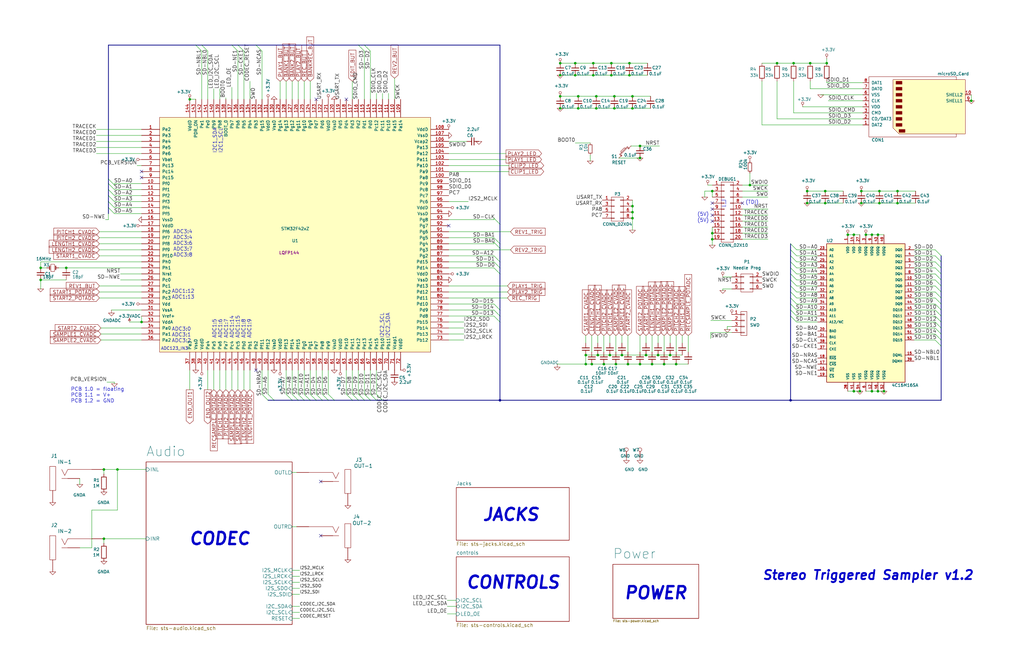
<source format=kicad_sch>
(kicad_sch (version 20210621) (generator eeschema)
  (paper "B")
  (junction (at 242.57 31.75))
  (junction (at 360.045 165.1))
  (junction (at 266.7 45.72))
  (junction (at 257.81 31.75))
  (junction (at 300.355 100.965))
  (junction (at 259.715 153.67))
  (junction (at 43.815 227.33))
  (junction (at 236.22 31.75))
  (junction (at 17.145 113.03))
  (junction (at 357.505 99.06))
  (junction (at 242.57 26.67))
  (junction (at 334.645 26.67))
  (junction (at 265.43 26.67))
  (junction (at 300.355 80.645))
  (junction (at 80.01 41.91))
  (junction (at 378.46 80.645))
  (junction (at 266.7 89.535))
  (junction (at 340.36 80.645))
  (junction (at 367.665 165.1))
  (junction (at 251.46 45.72))
  (junction (at 236.22 40.64))
  (junction (at 316.23 78.105))
  (junction (at 370.84 80.645))
  (junction (at 266.7 92.075))
  (junction (at 266.7 40.64))
  (junction (at 269.875 153.67))
  (junction (at 259.08 40.64))
  (junction (at 348.615 26.67))
  (junction (at 249.555 153.67))
  (junction (at 266.7 86.995))
  (junction (at 243.84 40.64))
  (junction (at 250.19 31.75))
  (junction (at 17.145 118.11))
  (junction (at 282.575 149.86))
  (junction (at 367.665 99.06))
  (junction (at 370.205 165.1))
  (junction (at 365.125 99.06))
  (junction (at 347.98 85.725))
  (junction (at 265.43 31.75))
  (junction (at 247.015 149.86))
  (junction (at 285.115 153.67))
  (junction (at 264.795 153.67))
  (junction (at 409.575 42.545))
  (junction (at 27.94 113.03))
  (junction (at 251.46 40.64))
  (junction (at 243.84 45.72))
  (junction (at 372.745 165.1))
  (junction (at 363.22 80.645))
  (junction (at 59.69 135.89))
  (junction (at 269.875 66.675))
  (junction (at 378.46 85.725))
  (junction (at 262.255 149.86))
  (junction (at 236.22 45.72))
  (junction (at 360.045 99.06))
  (junction (at 274.955 153.67))
  (junction (at 236.22 26.67))
  (junction (at 272.415 149.86))
  (junction (at 254.635 153.67))
  (junction (at 257.175 149.86))
  (junction (at 252.095 149.86))
  (junction (at 370.205 99.06))
  (junction (at 347.98 80.645))
  (junction (at 362.585 165.1))
  (junction (at 340.36 85.725))
  (junction (at 49.53 198.12))
  (junction (at 43.815 198.12))
  (junction (at 247.015 153.67))
  (junction (at 370.84 85.725))
  (junction (at 210.82 168.91))
  (junction (at 341.63 26.67))
  (junction (at 327.66 26.67))
  (junction (at 259.08 45.72))
  (junction (at 277.495 149.86))
  (junction (at 257.81 26.67))
  (junction (at 269.875 61.595))
  (junction (at 333.375 168.91))
  (junction (at 300.355 98.425))
  (junction (at 363.22 85.725))
  (junction (at 280.035 153.67))
  (junction (at 250.19 26.67))
  (no_connect (at 313.055 85.725))
  (no_connect (at 59.69 74.93))
  (no_connect (at 133.35 41.91))
  (no_connect (at 189.23 95.25))
  (no_connect (at 135.255 226.06))
  (no_connect (at 135.255 203.2))
  (no_connect (at 300.355 88.265))
  (no_connect (at 300.355 90.805))
  (no_connect (at 300.355 93.345))
  (no_connect (at 59.69 72.39))
  (no_connect (at 300.355 85.725))
  (no_connect (at 107.95 156.21))
  (no_connect (at 146.05 41.91))
  (bus_entry (at 394.335 105.41) (size 2.54 2.54))
  (bus_entry (at 85.09 19.05) (size 2.54 2.54))
  (bus_entry (at 394.335 110.49) (size 2.54 2.54))
  (bus_entry (at 208.28 128.27) (size 2.54 2.54))
  (bus_entry (at 208.28 102.235) (size 2.54 2.54))
  (bus_entry (at 110.49 166.37) (size 2.54 2.54))
  (bus_entry (at 333.375 105.41) (size 2.54 2.54))
  (bus_entry (at 148.59 166.37) (size 2.54 2.54))
  (bus_entry (at 394.335 138.43) (size 2.54 2.54))
  (bus_entry (at 333.375 120.65) (size 2.54 2.54))
  (bus_entry (at 120.65 166.37) (size 2.54 2.54))
  (bus_entry (at 394.335 133.35) (size 2.54 2.54))
  (bus_entry (at 333.375 102.87) (size 2.54 2.54))
  (bus_entry (at 82.55 19.05) (size 2.54 2.54))
  (bus_entry (at 107.95 19.05) (size 2.54 2.54))
  (bus_entry (at 394.335 130.81) (size 2.54 2.54))
  (bus_entry (at 394.335 128.27) (size 2.54 2.54))
  (bus_entry (at 394.335 140.97) (size 2.54 2.54))
  (bus_entry (at 113.03 166.37) (size 2.54 2.54))
  (bus_entry (at 394.335 118.11) (size 2.54 2.54))
  (bus_entry (at 333.375 118.11) (size 2.54 2.54))
  (bus_entry (at 208.28 92.075) (size 2.54 2.54))
  (bus_entry (at 135.89 166.37) (size 2.54 2.54))
  (bus_entry (at 133.35 166.37) (size 2.54 2.54))
  (bus_entry (at 138.43 166.37) (size 2.54 2.54))
  (bus_entry (at 333.375 123.19) (size 2.54 2.54))
  (bus_entry (at 394.335 113.03) (size 2.54 2.54))
  (bus_entry (at 394.335 107.95) (size 2.54 2.54))
  (bus_entry (at 45.72 87.63) (size 2.54 2.54))
  (bus_entry (at 128.27 166.37) (size 2.54 2.54))
  (bus_entry (at 333.375 128.27) (size 2.54 2.54))
  (bus_entry (at 130.81 166.37) (size 2.54 2.54))
  (bus_entry (at 151.13 19.05) (size 2.54 2.54))
  (bus_entry (at 153.67 166.37) (size 2.54 2.54))
  (bus_entry (at 208.28 110.49) (size 2.54 2.54))
  (bus_entry (at 333.375 110.49) (size 2.54 2.54))
  (bus_entry (at 208.28 133.35) (size 2.54 2.54))
  (bus_entry (at 45.72 85.09) (size 2.54 2.54))
  (bus_entry (at 97.79 19.05) (size 2.54 2.54))
  (bus_entry (at 394.335 135.89) (size 2.54 2.54))
  (bus_entry (at 45.72 80.01) (size 2.54 2.54))
  (bus_entry (at 153.67 19.05) (size 2.54 2.54))
  (bus_entry (at 125.73 166.37) (size 2.54 2.54))
  (bus_entry (at 45.72 82.55) (size 2.54 2.54))
  (bus_entry (at 123.19 166.37) (size 2.54 2.54))
  (bus_entry (at 156.21 166.37) (size 2.54 2.54))
  (bus_entry (at 208.28 100.33) (size 2.54 2.54))
  (bus_entry (at 394.335 120.65) (size 2.54 2.54))
  (bus_entry (at 333.375 113.03) (size 2.54 2.54))
  (bus_entry (at 100.33 19.05) (size 2.54 2.54))
  (bus_entry (at 394.335 115.57) (size 2.54 2.54))
  (bus_entry (at 158.75 166.37) (size 2.54 2.54))
  (bus_entry (at 333.375 125.73) (size 2.54 2.54))
  (bus_entry (at 146.05 166.37) (size 2.54 2.54))
  (bus_entry (at 208.28 113.03) (size 2.54 2.54))
  (bus_entry (at 394.335 143.51) (size 2.54 2.54))
  (bus_entry (at 394.335 123.19) (size 2.54 2.54))
  (bus_entry (at 208.28 130.81) (size 2.54 2.54))
  (bus_entry (at 45.72 77.47) (size 2.54 2.54))
  (bus_entry (at 333.375 130.81) (size 2.54 2.54))
  (bus_entry (at 333.375 115.57) (size 2.54 2.54))
  (bus_entry (at 333.375 107.95) (size 2.54 2.54))
  (bus_entry (at 45.72 75.565) (size 2.54 2.54))
  (bus_entry (at 208.28 107.95) (size 2.54 2.54))
  (bus_entry (at 151.13 166.37) (size 2.54 2.54))
  (bus_entry (at 394.335 125.73) (size 2.54 2.54))
  (bus_entry (at 333.375 133.35) (size 2.54 2.54))
  (wire (pts (xy 363.855 40.005) (xy 346.075 40.005)))
  (wire (pts (xy 265.43 26.67) (xy 273.05 26.67)))
  (wire (pts (xy 85.09 41.91) (xy 85.09 21.59)))
  (wire (pts (xy 148.59 34.29) (xy 148.59 41.91)))
  (wire (pts (xy 251.46 45.72) (xy 259.08 45.72)))
  (wire (pts (xy 128.27 34.29) (xy 128.27 41.91)))
  (wire (pts (xy 17.145 113.03) (xy 17.145 110.49)))
  (bus (pts (xy 333.375 120.65) (xy 333.375 123.19)))
  (bus (pts (xy 333.375 118.11) (xy 333.375 120.65)))
  (bus (pts (xy 333.375 125.73) (xy 333.375 128.27)))
  (bus (pts (xy 333.375 123.19) (xy 333.375 125.73)))
  (bus (pts (xy 333.375 113.03) (xy 333.375 115.57)))
  (bus (pts (xy 333.375 115.57) (xy 333.375 118.11)))
  (bus (pts (xy 333.375 102.87) (xy 333.375 105.41)))
  (bus (pts (xy 333.375 107.95) (xy 333.375 110.49)))
  (bus (pts (xy 333.375 110.49) (xy 333.375 113.03)))
  (bus (pts (xy 333.375 105.41) (xy 333.375 107.95)))
  (bus (pts (xy 333.375 128.27) (xy 333.375 130.81)))
  (bus (pts (xy 333.375 130.81) (xy 333.375 133.35)))
  (bus (pts (xy 333.375 133.35) (xy 333.375 168.91)))
  (wire (pts (xy 282.575 144.78) (xy 282.575 141.605)))
  (wire (pts (xy 250.19 26.67) (xy 257.81 26.67)))
  (wire (pts (xy 105.41 156.21) (xy 105.41 164.465)))
  (wire (pts (xy 266.7 86.995) (xy 266.7 89.535)))
  (wire (pts (xy 151.13 156.21) (xy 151.13 166.37)))
  (wire (pts (xy 59.69 135.89) (xy 54.61 135.89)))
  (wire (pts (xy 113.03 156.21) (xy 113.03 166.37)))
  (wire (pts (xy 257.175 144.78) (xy 257.175 141.605)))
  (wire (pts (xy 189.23 69.85) (xy 214.63 69.85)))
  (wire (pts (xy 282.575 149.86) (xy 287.655 149.86)))
  (wire (pts (xy 300.355 80.645) (xy 300.355 83.185)))
  (wire (pts (xy 123.19 258.445) (xy 126.365 258.445)))
  (wire (pts (xy 363.855 42.545) (xy 349.25 42.545)))
  (wire (pts (xy 123.19 248.285) (xy 126.365 248.285)))
  (wire (pts (xy 123.19 243.205) (xy 126.365 243.205)))
  (wire (pts (xy 80.01 156.21) (xy 80.01 164.465)))
  (wire (pts (xy 323.85 90.805) (xy 313.055 90.805)))
  (wire (pts (xy 277.495 144.78) (xy 277.495 141.605)))
  (wire (pts (xy 80.01 41.91) (xy 82.55 41.91)))
  (wire (pts (xy 120.65 34.29) (xy 120.65 41.91)))
  (wire (pts (xy 189.23 102.87) (xy 208.28 102.87)))
  (wire (pts (xy 385.445 120.65) (xy 394.335 120.65)))
  (wire (pts (xy 266.065 61.595) (xy 269.875 61.595)))
  (wire (pts (xy 385.445 125.73) (xy 394.335 125.73)))
  (wire (pts (xy 323.85 83.185) (xy 313.055 83.185)))
  (wire (pts (xy 306.705 137.795) (xy 306.705 139.065)))
  (wire (pts (xy 248.92 65.405) (xy 248.92 67.945)))
  (wire (pts (xy 363.22 85.725) (xy 370.84 85.725)))
  (wire (pts (xy 123.19 245.745) (xy 126.365 245.745)))
  (wire (pts (xy 153.67 21.59) (xy 153.67 41.91)))
  (wire (pts (xy 257.81 26.67) (xy 265.43 26.67)))
  (wire (pts (xy 41.91 97.79) (xy 59.69 97.79)))
  (polyline (pts (xy 306.07 84.455) (xy 306.07 86.995)))
  (wire (pts (xy 344.805 110.49) (xy 335.915 110.49)))
  (wire (pts (xy 95.25 156.21) (xy 95.25 164.465)))
  (wire (pts (xy 49.53 198.12) (xy 61.595 198.12)))
  (wire (pts (xy 323.85 95.885) (xy 313.055 95.885)))
  (wire (pts (xy 97.79 41.91) (xy 97.79 36.83)))
  (wire (pts (xy 161.29 41.91) (xy 161.29 39.37)))
  (wire (pts (xy 100.33 41.91) (xy 100.33 21.59)))
  (wire (pts (xy 344.805 128.27) (xy 335.915 128.27)))
  (wire (pts (xy 236.22 31.75) (xy 242.57 31.75)))
  (wire (pts (xy 59.69 62.23) (xy 40.64 62.23)))
  (wire (pts (xy 260.985 66.675) (xy 269.875 66.675)))
  (wire (pts (xy 243.84 40.64) (xy 251.46 40.64)))
  (wire (pts (xy 48.26 161.925) (xy 48.26 161.29)))
  (wire (pts (xy 87.63 41.91) (xy 87.63 21.59)))
  (wire (pts (xy 189.23 138.43) (xy 195.58 138.43)))
  (wire (pts (xy 259.08 40.64) (xy 266.7 40.64)))
  (wire (pts (xy 189.23 120.65) (xy 213.995 120.65)))
  (wire (pts (xy 189.23 125.73) (xy 213.995 125.73)))
  (wire (pts (xy 266.7 89.535) (xy 266.7 92.075)))
  (wire (pts (xy 385.445 105.41) (xy 394.335 105.41)))
  (wire (pts (xy 316.23 73.025) (xy 316.23 78.105)))
  (wire (pts (xy 123.19 34.29) (xy 123.19 41.91)))
  (wire (pts (xy 123.19 250.825) (xy 126.365 250.825)))
  (wire (pts (xy 327.66 26.67) (xy 334.645 26.67)))
  (wire (pts (xy 247.015 153.67) (xy 249.555 153.67)))
  (wire (pts (xy 385.445 115.57) (xy 394.335 115.57)))
  (wire (pts (xy 247.015 144.78) (xy 247.015 141.605)))
  (wire (pts (xy 189.23 110.49) (xy 208.28 110.49)))
  (wire (pts (xy 130.81 34.29) (xy 130.81 41.91)))
  (wire (pts (xy 265.43 31.75) (xy 273.05 31.75)))
  (wire (pts (xy 59.69 64.77) (xy 40.64 64.77)))
  (wire (pts (xy 189.23 140.97) (xy 195.58 140.97)))
  (wire (pts (xy 344.805 133.35) (xy 335.915 133.35)))
  (wire (pts (xy 365.125 165.1) (xy 367.665 165.1)))
  (wire (pts (xy 341.63 26.67) (xy 348.615 26.67)))
  (wire (pts (xy 48.26 80.01) (xy 59.69 80.01)))
  (wire (pts (xy 266.7 92.075) (xy 266.7 97.155)))
  (wire (pts (xy 269.875 148.59) (xy 269.875 141.605)))
  (wire (pts (xy 189.23 100.33) (xy 208.28 100.33)))
  (wire (pts (xy 363.855 45.085) (xy 338.455 45.085)))
  (wire (pts (xy 272.415 149.86) (xy 277.495 149.86)))
  (wire (pts (xy 254.635 153.67) (xy 259.715 153.67)))
  (wire (pts (xy 285.115 153.67) (xy 290.195 153.67)))
  (wire (pts (xy 344.805 130.81) (xy 335.915 130.81)))
  (wire (pts (xy 24.765 113.03) (xy 27.94 113.03)))
  (wire (pts (xy 163.83 39.37) (xy 163.83 41.91)))
  (wire (pts (xy 59.69 69.85) (xy 57.785 69.85)))
  (wire (pts (xy 189.23 72.39) (xy 214.63 72.39)))
  (wire (pts (xy 363.855 34.925) (xy 348.615 34.925)))
  (wire (pts (xy 43.815 227.33) (xy 43.815 229.235)))
  (wire (pts (xy 48.26 85.09) (xy 59.69 85.09)))
  (wire (pts (xy 59.69 57.15) (xy 40.64 57.15)))
  (wire (pts (xy 59.69 118.11) (xy 50.8 118.11)))
  (wire (pts (xy 323.85 98.425) (xy 313.055 98.425)))
  (wire (pts (xy 344.805 125.73) (xy 335.915 125.73)))
  (wire (pts (xy 236.22 26.67) (xy 242.57 26.67)))
  (wire (pts (xy 385.445 133.35) (xy 394.335 133.35)))
  (wire (pts (xy 274.955 153.67) (xy 280.035 153.67)))
  (wire (pts (xy 48.26 161.29) (xy 45.085 161.29)))
  (wire (pts (xy 264.795 153.67) (xy 269.875 153.67)))
  (wire (pts (xy 153.67 156.21) (xy 153.67 166.37)))
  (wire (pts (xy 133.35 156.21) (xy 133.35 166.37)))
  (wire (pts (xy 280.035 153.67) (xy 285.115 153.67)))
  (wire (pts (xy 189.23 113.03) (xy 208.28 113.03)))
  (wire (pts (xy 59.69 100.33) (xy 41.91 100.33)))
  (wire (pts (xy 385.445 123.19) (xy 394.335 123.19)))
  (wire (pts (xy 236.22 40.64) (xy 243.84 40.64)))
  (wire (pts (xy 327.66 50.165) (xy 327.66 34.29)))
  (wire (pts (xy 300.355 78.105) (xy 298.45 78.105)))
  (wire (pts (xy 360.045 99.06) (xy 362.585 99.06)))
  (wire (pts (xy 213.36 64.77) (xy 189.23 64.77)))
  (wire (pts (xy 189.23 133.35) (xy 208.28 133.35)))
  (wire (pts (xy 123.19 222.25) (xy 125.095 222.25)))
  (wire (pts (xy 367.665 99.06) (xy 370.205 99.06)))
  (wire (pts (xy 262.255 149.86) (xy 272.415 149.86)))
  (wire (pts (xy 323.85 93.345) (xy 313.055 93.345)))
  (wire (pts (xy 357.505 99.06) (xy 360.045 99.06)))
  (wire (pts (xy 308.61 116.84) (xy 304.8 116.84)))
  (wire (pts (xy 334.645 47.625) (xy 334.645 34.29)))
  (wire (pts (xy 300.355 95.885) (xy 300.355 98.425)))
  (wire (pts (xy 348.615 26.67) (xy 348.615 24.765)))
  (wire (pts (xy 269.875 61.595) (xy 278.13 61.595)))
  (wire (pts (xy 166.37 41.91) (xy 166.37 33.02)))
  (wire (pts (xy 299.72 140.335) (xy 299.72 142.875)))
  (wire (pts (xy 252.095 144.78) (xy 252.095 141.605)))
  (wire (pts (xy 344.805 120.65) (xy 335.915 120.65)))
  (wire (pts (xy 189.23 67.31) (xy 213.36 67.31)))
  (wire (pts (xy 334.645 26.67) (xy 341.63 26.67)))
  (wire (pts (xy 347.98 85.725) (xy 355.6 85.725)))
  (wire (pts (xy 59.69 59.69) (xy 40.64 59.69)))
  (wire (pts (xy 262.255 144.78) (xy 262.255 141.605)))
  (wire (pts (xy 363.855 47.625) (xy 334.645 47.625)))
  (wire (pts (xy 266.7 40.64) (xy 274.32 40.64)))
  (wire (pts (xy 41.91 107.95) (xy 59.69 107.95)))
  (wire (pts (xy 45.72 90.17) (xy 45.72 92.71)))
  (wire (pts (xy 110.49 41.91) (xy 110.49 21.59)))
  (wire (pts (xy 341.63 37.465) (xy 341.63 34.29)))
  (bus (pts (xy 210.82 113.03) (xy 210.82 115.57)))
  (bus (pts (xy 210.82 110.49) (xy 210.82 113.03)))
  (bus (pts (xy 210.82 104.775) (xy 210.82 110.49)))
  (bus (pts (xy 210.82 102.87) (xy 210.82 104.775)))
  (bus (pts (xy 210.82 94.615) (xy 210.82 102.87)))
  (bus (pts (xy 210.82 115.57) (xy 210.82 130.81)))
  (bus (pts (xy 210.82 133.35) (xy 210.82 135.89)))
  (bus (pts (xy 210.82 130.81) (xy 210.82 133.35)))
  (bus (pts (xy 210.82 19.05) (xy 210.82 94.615)))
  (bus (pts (xy 210.82 135.89) (xy 210.82 168.91)))
  (wire (pts (xy 148.59 156.21) (xy 148.59 166.37)))
  (wire (pts (xy 123.19 199.39) (xy 125.095 199.39)))
  (wire (pts (xy 340.36 85.725) (xy 347.98 85.725)))
  (wire (pts (xy 188.595 253.365) (xy 192.405 253.365)))
  (wire (pts (xy 363.855 37.465) (xy 341.63 37.465)))
  (wire (pts (xy 123.19 260.985) (xy 126.365 260.985)))
  (wire (pts (xy 370.205 99.06) (xy 372.745 99.06)))
  (wire (pts (xy 138.43 156.21) (xy 138.43 166.37)))
  (wire (pts (xy 125.73 34.29) (xy 125.73 41.91)))
  (wire (pts (xy 105.41 41.91) (xy 105.41 34.29)))
  (wire (pts (xy 308.61 135.255) (xy 299.72 135.255)))
  (wire (pts (xy 367.665 165.1) (xy 370.205 165.1)))
  (wire (pts (xy 247.015 149.86) (xy 252.095 149.86)))
  (polyline (pts (xy 304.165 84.455) (xy 306.07 84.455)))
  (wire (pts (xy 252.095 149.86) (xy 257.175 149.86)))
  (wire (pts (xy 385.445 135.89) (xy 394.335 135.89)))
  (wire (pts (xy 344.805 105.41) (xy 335.915 105.41)))
  (wire (pts (xy 48.26 87.63) (xy 59.69 87.63)))
  (wire (pts (xy 348.615 34.925) (xy 348.615 34.29)))
  (wire (pts (xy 118.11 34.29) (xy 118.11 41.91)))
  (wire (pts (xy 323.85 88.265) (xy 313.055 88.265)))
  (wire (pts (xy 385.445 140.97) (xy 394.335 140.97)))
  (wire (pts (xy 123.19 255.905) (xy 126.365 255.905)))
  (wire (pts (xy 41.91 102.87) (xy 59.69 102.87)))
  (wire (pts (xy 128.27 156.21) (xy 128.27 166.37)))
  (wire (pts (xy 42.545 138.43) (xy 59.69 138.43)))
  (wire (pts (xy 344.805 118.11) (xy 335.915 118.11)))
  (wire (pts (xy 41.91 120.65) (xy 59.69 120.65)))
  (wire (pts (xy 370.84 85.725) (xy 378.46 85.725)))
  (wire (pts (xy 249.555 141.605) (xy 249.555 148.59)))
  (wire (pts (xy 385.445 143.51) (xy 394.335 143.51)))
  (wire (pts (xy 277.495 149.86) (xy 282.575 149.86)))
  (wire (pts (xy 48.26 90.17) (xy 59.69 90.17)))
  (wire (pts (xy 308.61 121.92) (xy 304.8 121.92)))
  (wire (pts (xy 257.175 149.86) (xy 262.255 149.86)))
  (bus (pts (xy 45.72 19.05) (xy 45.72 75.565)))
  (bus (pts (xy 45.72 75.565) (xy 45.72 77.47)))
  (bus (pts (xy 45.72 87.63) (xy 45.72 90.17)))
  (bus (pts (xy 45.72 85.09) (xy 45.72 87.63)))
  (bus (pts (xy 45.72 77.47) (xy 45.72 80.01)))
  (bus (pts (xy 45.72 80.01) (xy 45.72 82.55)))
  (bus (pts (xy 45.72 82.55) (xy 45.72 85.09)))
  (wire (pts (xy 247.015 149.86) (xy 247.015 153.67)))
  (wire (pts (xy 409.575 42.545) (xy 409.575 40.005)))
  (polyline (pts (xy 306.07 86.995) (xy 304.165 86.995)))
  (wire (pts (xy 208.28 102.87) (xy 208.28 102.235)))
  (bus (pts (xy 396.875 118.11) (xy 396.875 120.65)))
  (bus (pts (xy 396.875 123.19) (xy 396.875 125.73)))
  (bus (pts (xy 396.875 120.65) (xy 396.875 123.19)))
  (bus (pts (xy 396.875 115.57) (xy 396.875 118.11)))
  (bus (pts (xy 396.875 110.49) (xy 396.875 113.03)))
  (bus (pts (xy 396.875 113.03) (xy 396.875 115.57)))
  (bus (pts (xy 396.875 107.95) (xy 396.875 110.49)))
  (bus (pts (xy 396.875 138.43) (xy 396.875 140.97)))
  (bus (pts (xy 396.875 135.89) (xy 396.875 138.43)))
  (bus (pts (xy 396.875 125.73) (xy 396.875 128.27)))
  (bus (pts (xy 396.875 130.81) (xy 396.875 133.35)))
  (bus (pts (xy 396.875 133.35) (xy 396.875 135.89)))
  (bus (pts (xy 396.875 128.27) (xy 396.875 130.81)))
  (bus (pts (xy 396.875 140.97) (xy 396.875 143.51)))
  (bus (pts (xy 396.875 143.51) (xy 396.875 146.05)))
  (bus (pts (xy 396.875 146.05) (xy 396.875 168.91)))
  (wire (pts (xy 323.85 100.965) (xy 313.055 100.965)))
  (wire (pts (xy 97.79 164.465) (xy 97.79 156.21)))
  (wire (pts (xy 92.71 37.465) (xy 92.71 41.91)))
  (wire (pts (xy 213.995 123.19) (xy 189.23 123.19)))
  (wire (pts (xy 285.115 141.605) (xy 285.115 148.59)))
  (wire (pts (xy 249.555 153.67) (xy 254.635 153.67)))
  (wire (pts (xy 95.25 41.91) (xy 95.25 41.275)))
  (wire (pts (xy 385.445 130.81) (xy 394.335 130.81)))
  (wire (pts (xy 189.23 128.27) (xy 208.28 128.27)))
  (wire (pts (xy 43.815 198.12) (xy 43.815 200.025)))
  (wire (pts (xy 189.23 97.79) (xy 215.265 97.79)))
  (wire (pts (xy 17.145 118.11) (xy 27.94 118.11)))
  (wire (pts (xy 59.69 123.19) (xy 41.91 123.19)))
  (wire (pts (xy 123.19 240.665) (xy 126.365 240.665)))
  (wire (pts (xy 135.89 156.21) (xy 135.89 166.37)))
  (wire (pts (xy 259.08 45.72) (xy 266.7 45.72)))
  (wire (pts (xy 156.21 156.21) (xy 156.21 166.37)))
  (wire (pts (xy 90.17 156.21) (xy 90.17 164.465)))
  (wire (pts (xy 385.445 107.95) (xy 394.335 107.95)))
  (wire (pts (xy 257.81 31.75) (xy 265.43 31.75)))
  (wire (pts (xy 189.23 92.71) (xy 208.28 92.71)))
  (wire (pts (xy 304.8 121.92) (xy 304.8 122.555)))
  (wire (pts (xy 59.69 54.61) (xy 40.64 54.61)))
  (wire (pts (xy 38.735 231.14) (xy 38.735 215.265)))
  (wire (pts (xy 357.505 165.1) (xy 360.045 165.1)))
  (wire (pts (xy 344.805 135.89) (xy 335.915 135.89)))
  (wire (pts (xy 344.805 115.57) (xy 335.915 115.57)))
  (wire (pts (xy 323.85 80.645) (xy 313.055 80.645)))
  (wire (pts (xy 42.545 143.51) (xy 59.69 143.51)))
  (wire (pts (xy 363.855 50.165) (xy 327.66 50.165)))
  (wire (pts (xy 48.26 82.55) (xy 59.69 82.55)))
  (wire (pts (xy 125.73 156.21) (xy 125.73 166.37)))
  (wire (pts (xy 251.46 40.64) (xy 259.08 40.64)))
  (wire (pts (xy 102.87 21.59) (xy 102.87 41.91)))
  (wire (pts (xy 189.23 143.51) (xy 195.58 143.51)))
  (wire (pts (xy 33.655 231.14) (xy 38.735 231.14)))
  (wire (pts (xy 280.035 141.605) (xy 280.035 148.59)))
  (wire (pts (xy 59.69 140.97) (xy 42.545 140.97)))
  (wire (pts (xy 158.75 41.91) (xy 158.75 39.37)))
  (wire (pts (xy 242.57 26.67) (xy 250.19 26.67)))
  (wire (pts (xy 189.23 130.81) (xy 208.28 130.81)))
  (wire (pts (xy 38.735 215.265) (xy 49.53 215.265)))
  (wire (pts (xy 300.355 98.425) (xy 300.355 100.965)))
  (wire (pts (xy 208.28 92.71) (xy 208.28 92.075)))
  (wire (pts (xy 370.84 80.645) (xy 378.46 80.645)))
  (wire (pts (xy 242.57 31.75) (xy 250.19 31.75)))
  (wire (pts (xy 192.405 259.08) (xy 188.595 259.08)))
  (wire (pts (xy 316.23 78.105) (xy 323.85 78.105)))
  (wire (pts (xy 110.49 156.21) (xy 110.49 166.37)))
  (wire (pts (xy 189.23 107.95) (xy 208.28 107.95)))
  (wire (pts (xy 59.69 133.35) (xy 59.69 135.89)))
  (wire (pts (xy 100.33 156.21) (xy 100.33 164.465)))
  (wire (pts (xy 92.71 164.465) (xy 92.71 156.21)))
  (wire (pts (xy 385.445 128.27) (xy 394.335 128.27)))
  (wire (pts (xy 259.715 153.67) (xy 264.795 153.67)))
  (wire (pts (xy 146.05 156.21) (xy 146.05 166.37)))
  (wire (pts (xy 259.715 141.605) (xy 259.715 148.59)))
  (wire (pts (xy 120.65 156.21) (xy 120.65 166.37)))
  (wire (pts (xy 344.805 123.19) (xy 335.915 123.19)))
  (bus (pts (xy 210.82 168.91) (xy 333.375 168.91)))
  (bus (pts (xy 156.21 168.91) (xy 158.75 168.91)))
  (bus (pts (xy 158.75 168.91) (xy 161.29 168.91)))
  (bus (pts (xy 151.13 168.91) (xy 153.67 168.91)))
  (bus (pts (xy 148.59 168.91) (xy 151.13 168.91)))
  (bus (pts (xy 153.67 168.91) (xy 156.21 168.91)))
  (bus (pts (xy 161.29 168.91) (xy 210.82 168.91)))
  (bus (pts (xy 123.19 168.91) (xy 125.73 168.91)))
  (bus (pts (xy 125.73 168.91) (xy 128.27 168.91)))
  (bus (pts (xy 128.27 168.91) (xy 130.81 168.91)))
  (bus (pts (xy 115.57 168.91) (xy 123.19 168.91)))
  (bus (pts (xy 113.03 168.91) (xy 115.57 168.91)))
  (bus (pts (xy 140.97 168.91) (xy 148.59 168.91)))
  (bus (pts (xy 135.89 168.91) (xy 138.43 168.91)))
  (bus (pts (xy 138.43 168.91) (xy 140.97 168.91)))
  (bus (pts (xy 133.35 168.91) (xy 135.89 168.91)))
  (bus (pts (xy 130.81 168.91) (xy 133.35 168.91)))
  (bus (pts (xy 333.375 168.91) (xy 396.875 168.91)))
  (wire (pts (xy 17.145 110.49) (xy 59.69 110.49)))
  (wire (pts (xy 33.655 201.93) (xy 33.655 204.47)))
  (wire (pts (xy 385.445 110.49) (xy 394.335 110.49)))
  (wire (pts (xy 300.355 100.965) (xy 300.355 103.505)))
  (wire (pts (xy 264.795 141.605) (xy 264.795 148.59)))
  (wire (pts (xy 43.815 227.33) (xy 61.595 227.33)))
  (wire (pts (xy 363.22 80.645) (xy 370.84 80.645)))
  (wire (pts (xy 254.635 141.605) (xy 254.635 148.59)))
  (wire (pts (xy 17.145 113.03) (xy 19.685 113.03)))
  (wire (pts (xy 41.91 125.73) (xy 59.69 125.73)))
  (wire (pts (xy 370.205 165.1) (xy 372.745 165.1)))
  (wire (pts (xy 313.055 78.105) (xy 316.23 78.105)))
  (wire (pts (xy 234.95 153.67) (xy 247.015 153.67)))
  (wire (pts (xy 248.92 60.325) (xy 242.57 60.325)))
  (wire (pts (xy 215.265 105.41) (xy 189.23 105.41)))
  (wire (pts (xy 344.805 107.95) (xy 335.915 107.95)))
  (wire (pts (xy 287.655 144.78) (xy 287.655 141.605)))
  (wire (pts (xy 27.94 113.03) (xy 59.69 113.03)))
  (wire (pts (xy 360.045 165.1) (xy 362.585 165.1)))
  (wire (pts (xy 308.61 140.335) (xy 299.72 140.335)))
  (wire (pts (xy 59.69 105.41) (xy 41.91 105.41)))
  (wire (pts (xy 45.72 92.71) (xy 44.45 92.71)))
  (wire (pts (xy 189.23 85.09) (xy 197.485 85.09)))
  (wire (pts (xy 300.355 80.645) (xy 297.18 80.645)))
  (wire (pts (xy 378.46 85.725) (xy 386.08 85.725)))
  (wire (pts (xy 123.19 156.21) (xy 123.19 166.37)))
  (wire (pts (xy 48.26 77.47) (xy 59.69 77.47)))
  (wire (pts (xy 297.18 80.645) (xy 297.18 83.185)))
  (wire (pts (xy 269.875 153.67) (xy 274.955 153.67)))
  (wire (pts (xy 266.7 45.72) (xy 274.32 45.72)))
  (wire (pts (xy 158.75 156.21) (xy 158.75 166.37)))
  (wire (pts (xy 321.31 52.705) (xy 321.31 34.29)))
  (wire (pts (xy 266.7 84.455) (xy 266.7 86.995)))
  (wire (pts (xy 272.415 144.78) (xy 272.415 141.605)))
  (wire (pts (xy 290.195 141.605) (xy 290.195 148.59)))
  (wire (pts (xy 189.23 59.69) (xy 196.85 59.69)))
  (wire (pts (xy 321.31 26.67) (xy 327.66 26.67)))
  (wire (pts (xy 340.36 80.645) (xy 347.98 80.645)))
  (wire (pts (xy 274.955 141.605) (xy 274.955 148.59)))
  (wire (pts (xy 385.445 138.43) (xy 394.335 138.43)))
  (wire (pts (xy 156.21 41.91) (xy 156.21 21.59)))
  (wire (pts (xy 363.855 52.705) (xy 321.31 52.705)))
  (wire (pts (xy 130.81 156.21) (xy 130.81 166.37)))
  (wire (pts (xy 59.69 115.57) (xy 50.8 115.57)))
  (wire (pts (xy 43.815 198.12) (xy 49.53 198.12)))
  (wire (pts (xy 48.26 78.105) (xy 48.26 77.47)))
  (wire (pts (xy 385.445 113.03) (xy 394.335 113.03)))
  (wire (pts (xy 49.53 215.265) (xy 49.53 198.12)))
  (wire (pts (xy 102.87 164.465) (xy 102.87 156.21)))
  (wire (pts (xy 378.46 80.645) (xy 386.08 80.645)))
  (wire (pts (xy 87.63 164.465) (xy 87.63 156.21)))
  (wire (pts (xy 59.69 130.81) (xy 46.99 130.81)))
  (wire (pts (xy 344.805 113.03) (xy 335.915 113.03)))
  (wire (pts (xy 365.125 99.06) (xy 367.665 99.06)))
  (wire (pts (xy 250.19 31.75) (xy 257.81 31.75)))
  (wire (pts (xy 236.22 45.72) (xy 243.84 45.72)))
  (wire (pts (xy 17.145 121.92) (xy 17.145 118.11)))
  (wire (pts (xy 308.61 137.795) (xy 306.705 137.795)))
  (wire (pts (xy 347.98 80.645) (xy 355.6 80.645)))
  (wire (pts (xy 189.23 135.89) (xy 195.58 135.89)))
  (wire (pts (xy 243.84 45.72) (xy 251.46 45.72)))
  (bus (pts (xy 153.67 19.05) (xy 210.82 19.05)))
  (bus (pts (xy 85.09 19.05) (xy 97.79 19.05)))
  (bus (pts (xy 82.55 19.05) (xy 85.09 19.05)))
  (bus (pts (xy 97.79 19.05) (xy 100.33 19.05)))
  (bus (pts (xy 100.33 19.05) (xy 107.95 19.05)))
  (bus (pts (xy 45.72 19.05) (xy 82.55 19.05)))
  (bus (pts (xy 151.13 19.05) (xy 153.67 19.05)))
  (bus (pts (xy 107.95 19.05) (xy 151.13 19.05)))
  (wire (pts (xy 192.405 255.905) (xy 188.595 255.905)))
  (wire (pts (xy 90.17 37.465) (xy 90.17 41.91)))
  (wire (pts (xy 385.445 118.11) (xy 394.335 118.11)))
  (text "JACKS" (at 203.2 220.345 0) (effects (font (size 5.08 5.08) (thickness 1.016) bold italic) (justify left bottom)))
  (text "PCB 1.0 = floating\nPCB 1.1 = V+\nPCB 1.2 = GND" (at 29.845 170.18 0) (effects (font (size 1.524 1.524)) (justify left bottom)))
  (text "(5V)" (at 294.005 91.44 0) (effects (font (size 1.524 1.524)) (justify left bottom)))
  (text "ADC3:4\nADC3:4\nADC3:6\nADC3:7\nADC3:8" (at 73.025 108.585 0) (effects (font (size 1.524 1.524)) (justify left bottom)))
  (text "ADC123_IN3" (at 79.375 147.955 180) (effects (font (size 1.27 1.27)) (justify right bottom)))
  (text "ADC1:5\nADC1:6\nADC1:7\nADC1:14\nADC1:15\nADC1:8\nADC1:9" (at 106.045 142.875 90) (effects (font (size 1.524 1.524)) (justify left bottom)))
  (text "ADC1:12\nADC1:13" (at 72.39 126.365 0) (effects (font (size 1.524 1.524)) (justify left bottom)))
  (text "POWER" (at 262.89 253.365 0) (effects (font (size 5.08 5.08) (thickness 1.016) bold italic) (justify left bottom)))
  (text "I2C1_SDA\nI2C1_SCL" (at 93.98 64.77 90) (effects (font (size 1.524 1.524)) (justify left bottom)))
  (text "(TDI)" (at 314.325 86.36 0) (effects (font (size 1.524 1.524)) (justify left bottom)))
  (text "I2C2_SCL\nI2C2_SDA" (at 164.465 132.08 270) (effects (font (size 1.524 1.524)) (justify right bottom)))
  (text "Stereo Triggered Sampler v1.2" (at 321.31 245.11 0) (effects (font (size 3.81 3.81) (thickness 0.762) bold italic) (justify left bottom)))
  (text "(5V)" (at 294.005 93.98 0) (effects (font (size 1.524 1.524)) (justify left bottom)))
  (text "CONTROLS" (at 196.215 248.92 0) (effects (font (size 5.08 5.08) (thickness 1.016) bold italic) (justify left bottom)))
  (text "CODEC" (at 79.375 230.505 0) (effects (font (size 5.08 5.08) (thickness 1.016) bold italic) (justify left bottom)))
  (text "ADC3:0\nADC3:1\nADC3:2" (at 72.39 144.78 0) (effects (font (size 1.524 1.524)) (justify left bottom)))
  (label "USART_RX" (at 135.89 41.91 90) (effects (font (size 1.524 1.524))))
  (label "SD-A10" (at 128.27 157.48 270) (effects (font (size 1.524 1.524))))
  (label "SD-NRAS" (at 344.805 151.13 180) (effects (font (size 1.524 1.524))))
  (label "TRACED2" (at 323.85 98.425 180) (effects (font (size 1.524 1.524))))
  (label "CODEC_I2C_SCL" (at 161.29 156.21 270) (effects (font (size 1.524 1.524))))
  (label "SD-D1" (at 200.66 110.49 0) (effects (font (size 1.524 1.524))))
  (label "I2S2_SDO" (at 126.365 248.285 0))
  (label "SD-A7" (at 344.805 123.19 180) (effects (font (size 1.524 1.524))))
  (label "SD-D12" (at 158.75 157.48 270) (effects (font (size 1.524 1.524))))
  (label "CODEC_I2C_SCL" (at 126.365 258.445 0))
  (label "SD-D7" (at 385.445 123.19 0) (effects (font (size 1.524 1.524))))
  (label "SD-A2" (at 344.805 110.49 180) (effects (font (size 1.524 1.524))))
  (label "SD-CLK" (at 344.805 144.78 180) (effects (font (size 1.524 1.524))))
  (label "BOOT0" (at 242.57 60.325 180) (effects (font (size 1.524 1.524))))
  (label "SD-A10" (at 344.805 130.81 180) (effects (font (size 1.524 1.524))))
  (label "SWCK" (at 321.31 119.38 0) (effects (font (size 1.524 1.524))))
  (label "SD-D8" (at 148.59 158.75 270) (effects (font (size 1.524 1.524))))
  (label "SD-A5" (at 55.88 90.17 180) (effects (font (size 1.524 1.524))))
  (label "I2S2_SCLK" (at 126.365 245.745 0))
  (label "SD-A1" (at 55.88 80.01 180) (effects (font (size 1.524 1.524))))
  (label "LED_OE" (at 97.79 36.83 90) (effects (font (size 1.524 1.524))))
  (label "TRACED3" (at 40.64 64.77 180) (effects (font (size 1.524 1.524))))
  (label "SDIO_CMD" (at 349.25 47.625 0) (effects (font (size 1.524 1.524))))
  (label "SD-A6" (at 113.03 158.75 270) (effects (font (size 1.524 1.524))))
  (label "SDIO_D3" (at 349.25 50.165 0) (effects (font (size 1.524 1.524))))
  (label "SDIO_CLK" (at 158.75 39.37 90) (effects (font (size 1.524 1.524))))
  (label "SD-NE1" (at 344.805 158.75 180) (effects (font (size 1.524 1.524))))
  (label "LED_I2C_SDA" (at 90.17 37.465 90) (effects (font (size 1.524 1.524))))
  (label "TRACED1" (at 323.85 95.885 180) (effects (font (size 1.524 1.524))))
  (label "SWCK" (at 168.91 41.91 90) (effects (font (size 1.524 1.524))))
  (label "SWO" (at 323.85 83.185 180) (effects (font (size 1.524 1.524))))
  (label "SD-D0" (at 385.445 105.41 0) (effects (font (size 1.524 1.524))))
  (label "SD-A11" (at 344.805 133.35 180) (effects (font (size 1.524 1.524))))
  (label "SD-D11" (at 385.445 133.35 0) (effects (font (size 1.524 1.524))))
  (label "SD-NWE" (at 50.8 118.11 180) (effects (font (size 1.524 1.524))))
  (label "SD-A8" (at 123.19 158.75 270) (effects (font (size 1.524 1.524))))
  (label "I2S2_MCLK" (at 197.485 85.09 0) (effects (font (size 1.524 1.524))))
  (label "TRACED3" (at 323.85 100.965 180) (effects (font (size 1.524 1.524))))
  (label "SD-D2" (at 385.445 110.49 0) (effects (font (size 1.524 1.524))))
  (label "I2S2_SDI" (at 126.365 250.825 0))
  (label "SD-D14" (at 385.445 140.97 0) (effects (font (size 1.524 1.524))))
  (label "CODEC_RESET" (at 105.41 34.29 90) (effects (font (size 1.524 1.524))))
  (label "SD-NBL0" (at 385.445 149.86 0) (effects (font (size 1.524 1.524))))
  (label "SD-A3" (at 55.88 85.09 180) (effects (font (size 1.524 1.524))))
  (label "SD-A0" (at 344.805 105.41 180) (effects (font (size 1.524 1.524))))
  (label "BOOT0" (at 95.25 41.275 90) (effects (font (size 1.524 1.524))))
  (label "SD-D9" (at 385.445 128.27 0) (effects (font (size 1.524 1.524))))
  (label "SD-A7" (at 120.65 158.75 270) (effects (font (size 1.524 1.524))))
  (label "SD-D6" (at 385.445 120.65 0) (effects (font (size 1.524 1.524))))
  (label "LED_I2C_SDA" (at 188.595 255.905 180) (effects (font (size 1.524 1.524))))
  (label "SWO" (at 107.95 41.91 90) (effects (font (size 1.524 1.524))))
  (label "SD-D11" (at 156.21 157.48 270) (effects (font (size 1.524 1.524))))
  (label "SD-A6" (at 344.805 120.65 180) (effects (font (size 1.524 1.524))))
  (label "SD-D13" (at 385.445 138.43 0) (effects (font (size 1.524 1.524))))
  (label "SD-D0" (at 200.66 113.03 0) (effects (font (size 1.524 1.524))))
  (label "SD-A4" (at 55.88 87.63 180) (effects (font (size 1.524 1.524))))
  (label "TRACECK" (at 40.64 54.61 180) (effects (font (size 1.524 1.524))))
  (label "SD-BA0" (at 344.805 139.7 180) (effects (font (size 1.524 1.524))))
  (label "SD-D10" (at 153.67 157.48 270) (effects (font (size 1.524 1.524))))
  (label "I2S2_LRCK" (at 126.365 243.205 0))
  (label "SD-A1" (at 344.805 107.95 180) (effects (font (size 1.524 1.524))))
  (label "TRACED1" (at 40.64 59.69 180) (effects (font (size 1.524 1.524))))
  (label "SD-D12" (at 385.445 135.89 0) (effects (font (size 1.524 1.524))))
  (label "SWCK" (at 299.72 135.255 0) (effects (font (size 1.524 1.524))))
  (label "SD-D10" (at 385.445 130.81 0) (effects (font (size 1.524 1.524))))
  (label "PC7" (at 189.23 82.55 0) (effects (font (size 1.524 1.524))))
  (label "PCB_VERSION" (at 57.785 69.85 180) (effects (font (size 1.524 1.524))))
  (label "SDIO_D2" (at 163.83 39.37 90) (effects (font (size 1.524 1.524))))
  (label "SD-D4" (at 385.445 115.57 0) (effects (font (size 1.524 1.524))))
  (label "SD-NBL0" (at 87.63 31.75 90) (effects (font (size 1.524 1.524))))
  (label "SD-D7" (at 146.05 158.75 270) (effects (font (size 1.524 1.524))))
  (label "SD-D2" (at 156.21 29.21 90) (effects (font (size 1.524 1.524))))
  (label "SD-A9" (at 125.73 158.75 270) (effects (font (size 1.524 1.524))))
  (label "NRST" (at 50.8 115.57 180) (effects (font (size 1.524 1.524))))
  (label "SD-NWE" (at 344.805 156.21 180) (effects (font (size 1.524 1.524))))
  (label "SD-A12" (at 208.28 107.95 180) (effects (font (size 1.524 1.524))))
  (label "SD-D15" (at 385.445 143.51 0) (effects (font (size 1.524 1.524))))
  (label "SD-D15" (at 198.755 128.27 0) (effects (font (size 1.524 1.524))))
  (label "SDIO_D0" (at 348.615 37.465 0) (effects (font (size 1.524 1.524))))
  (label "SWDIO" (at 189.23 62.23 0) (effects (font (size 1.524 1.524))))
  (label "I2S2_SDI" (at 195.58 138.43 0) (effects (font (size 1.524 1.524))))
  (label "PA8" (at 254 89.535 180) (effects (font (size 1.524 1.524))))
  (label "SD-A2" (at 55.88 82.55 180) (effects (font (size 1.524 1.524))))
  (label "NRST" (at 308.61 119.38 180) (effects (font (size 1.524 1.524))))
  (label "SDIO_CLK" (at 349.25 42.545 0) (effects (font (size 1.524 1.524))))
  (label "SD-CKE1" (at 102.87 31.75 90) (effects (font (size 1.524 1.524))))
  (label "NRST" (at 278.13 61.595 180) (effects (font (size 1.524 1.524))))
  (label "USART_TX" (at 143.51 41.91 90) (effects (font (size 1.524 1.524))))
  (label "CODEC_I2C_SDA" (at 126.365 255.905 0))
  (label "SD-NRAS" (at 110.49 156.21 270) (effects (font (size 1.524 1.524))))
  (label "TRACED0" (at 323.85 93.345 180) (effects (font (size 1.524 1.524))))
  (label "SDIO_D3" (at 161.29 39.37 90) (effects (font (size 1.524 1.524))))
  (label "SD-A0" (at 55.88 77.47 180) (effects (font (size 1.524 1.524))))
  (label "SD-NBL1" (at 385.445 152.4 0) (effects (font (size 1.524 1.524))))
  (label "SDIO_D0" (at 189.23 80.01 0) (effects (font (size 1.524 1.524))))
  (label "SDIO_D2" (at 349.25 52.705 0) (effects (font (size 1.524 1.524))))
  (label "I2S2_SCLK" (at 195.58 140.97 0) (effects (font (size 1.524 1.524))))
  (label "SWDIO" (at 323.85 78.105 180) (effects (font (size 1.524 1.524))))
  (label "SD-D3" (at 385.445 113.03 0) (effects (font (size 1.524 1.524))))
  (label "SD-A9" (at 344.805 128.27 180) (effects (font (size 1.524 1.524))))
  (label "NRST" (at 323.85 88.265 180) (effects (font (size 1.524 1.524))))
  (label "SD-NE1" (at 100.33 30.48 90) (effects (font (size 1.524 1.524))))
  (label "SD-BA1" (at 199.39 100.33 0) (effects (font (size 1.524 1.524))))
  (label "SD-A11" (at 130.81 157.48 270) (effects (font (size 1.524 1.524))))
  (label "SD-BA0" (at 199.39 102.87 0) (effects (font (size 1.524 1.524))))
  (label "SD-A5" (at 344.805 118.11 180) (effects (font (size 1.524 1.524))))
  (label "SD-D3" (at 153.67 29.21 90) (effects (font (size 1.524 1.524))))
  (label "USART_RX" (at 254 86.995 180) (effects (font (size 1.524 1.524))))
  (label "SD-A12" (at 344.805 135.89 180) (effects (font (size 1.524 1.524))))
  (label "TRACECK" (at 323.85 90.805 180) (effects (font (size 1.524 1.524))))
  (label "I2S2_MCLK" (at 126.365 240.665 0))
  (label "SD-D5" (at 385.445 118.11 0) (effects (font (size 1.524 1.524))))
  (label "SD-A3" (at 344.805 113.03 180) (effects (font (size 1.524 1.524))))
  (label "SD-NWE" (at 44.45 92.71 180) (effects (font (size 1.524 1.524))))
  (label "SD-NCAS" (at 344.805 153.67 180) (effects (font (size 1.524 1.524))))
  (label "SD-CLK" (at 199.39 92.71 0) (effects (font (size 1.524 1.524))))
  (label "SD-D4" (at 133.35 158.75 270) (effects (font (size 1.524 1.524))))
  (label "SWDIO" (at 321.31 116.84 0) (effects (font (size 1.524 1.524))))
  (label "SDIO_D1" (at 348.615 34.925 0) (effects (font (size 1.524 1.524))))
  (label "SD-D9" (at 151.13 158.75 270) (effects (font (size 1.524 1.524))))
  (label "SD-A8" (at 344.805 125.73 180) (effects (font (size 1.524 1.524))))
  (label "CODEC_RESET" (at 126.365 260.985 0))
  (label "SD-D6" (at 138.43 158.75 270) (effects (font (size 1.524 1.524))))
  (label "TRACED2" (at 40.64 62.23 180) (effects (font (size 1.524 1.524))))
  (label "SD-A4" (at 344.805 115.57 180) (effects (font (size 1.524 1.524))))
  (label "SDIO_D1" (at 189.23 77.47 0) (effects (font (size 1.524 1.524))))
  (label "I2S2_SDO" (at 195.58 135.89 0) (effects (font (size 1.524 1.524))))
  (label "SWDIO" (at 299.72 142.875 0) (effects (font (size 1.524 1.524))))
  (label "SD-D8" (at 385.445 125.73 0) (effects (font (size 1.524 1.524))))
  (label "SDIO_CMD" (at 151.13 41.91 90) (effects (font (size 1.524 1.524))))
  (label "SD-BA1" (at 344.805 142.24 180) (effects (font (size 1.524 1.524))))
  (label "SWO" (at 321.31 121.92 0) (effects (font (size 1.524 1.524))))
  (label "PA8" (at 189.23 74.93 0) (effects (font (size 1.524 1.524))))
  (label "LED_OE" (at 188.595 259.08 180) (effects (font (size 1.524 1.524))))
  (label "PC7" (at 254 92.075 180) (effects (font (size 1.524 1.524))))
  (label "SD-D5" (at 135.89 158.75 270) (effects (font (size 1.524 1.524))))
  (label "I2S2_LRCK" (at 195.58 143.51 0) (effects (font (size 1.524 1.524))))
  (label "PCB_VERSION" (at 45.085 161.29 180) (effects (font (size 1.524 1.524))))
  (label "SD-D14" (at 198.755 130.81 0) (effects (font (size 1.524 1.524))))
  (label "LED_I2C_SCL" (at 92.71 37.465 90) (effects (font (size 1.524 1.524))))
  (label "SD-D1" (at 385.445 107.95 0) (effects (font (size 1.524 1.524))))
  (label "SD-D13" (at 198.755 133.35 0) (effects (font (size 1.524 1.524))))
  (label "SD-NBL1" (at 85.09 31.75 90) (effects (font (size 1.524 1.524))))
  (label "USART_TX" (at 254 84.455 180) (effects (font (size 1.524 1.524))))
  (label "LED_I2C_SCL" (at 188.595 253.365 180) (effects (font (size 1.524 1.524))))
  (label "SD-CKE1" (at 344.805 147.32 180) (effects (font (size 1.524 1.524))))
  (label "CODEC_I2C_SDA" (at 163.83 156.21 270) (effects (font (size 1.524 1.524))))
  (label "SWCK" (at 323.85 80.645 180) (effects (font (size 1.524 1.524))))
  (label "SD-NCAS" (at 110.49 31.75 90) (effects (font (size 1.524 1.524))))
  (label "TRACED0" (at 40.64 57.15 180) (effects (font (size 1.524 1.524))))
  (global_label "START2_POTADC" (shape input) (at 269.875 141.605 90) (effects (font (size 1.524 1.524))) (property "Intersheet References" "${INTERSHEET_REFS}" (effects hide)))
  (global_label "PITCH1_POTADC" (shape input) (at 287.655 141.605 90) (effects (font (size 1.524 1.524))) (property "Intersheet References" "${INTERSHEET_REFS}" (effects hide)))
  (global_label "REV1_TRIG" (shape input) (at 215.265 97.79 0) (effects (font (size 1.524 1.524))) (property "Intersheet References" "${INTERSHEET_REFS}" (effects hide)))
  (global_label "PITCH1_POTADC" (shape input) (at 92.71 164.465 270) (effects (font (size 1.524 1.524))) (property "Intersheet References" "${INTERSHEET_REFS}" (effects hide)))
  (global_label "LENGTH2_CVADC" (shape input) (at 41.91 105.41 180) (effects (font (size 1.524 1.524))) (property "Intersheet References" "${INTERSHEET_REFS}" (effects hide)))
  (global_label "PLAY1_LED" (shape output) (at 213.36 67.31 0) (effects (font (size 1.524 1.524))) (property "Intersheet References" "${INTERSHEET_REFS}" (effects hide)))
  (global_label "SAMPLE2_POTADC" (shape input) (at 100.33 164.465 270) (effects (font (size 1.524 1.524))) (property "Intersheet References" "${INTERSHEET_REFS}" (effects hide)))
  (global_label "BANK1_BUT" (shape input) (at 120.65 34.29 90) (effects (font (size 1.524 1.524))) (property "Intersheet References" "${INTERSHEET_REFS}" (effects hide)))
  (global_label "PITCH2_CVADC" (shape input) (at 254.635 141.605 90) (effects (font (size 1.524 1.524))) (property "Intersheet References" "${INTERSHEET_REFS}" (effects hide)))
  (global_label "LENGTH1_POTADC" (shape input) (at 105.41 164.465 270) (effects (font (size 1.524 1.524))) (property "Intersheet References" "${INTERSHEET_REFS}" (effects hide)))
  (global_label "SAMPLE2_CVADC" (shape input) (at 42.545 143.51 180) (effects (font (size 1.524 1.524))) (property "Intersheet References" "${INTERSHEET_REFS}" (effects hide)))
  (global_label "PITCH1_CVADC" (shape input) (at 257.175 141.605 90) (effects (font (size 1.524 1.524))) (property "Intersheet References" "${INTERSHEET_REFS}" (effects hide)))
  (global_label "PITCH2_POTADC" (shape input) (at 95.25 164.465 270) (effects (font (size 1.524 1.524))) (property "Intersheet References" "${INTERSHEET_REFS}" (effects hide)))
  (global_label "SAMPLE2_CVADC" (shape input) (at 259.715 141.605 90) (effects (font (size 1.524 1.524))) (property "Intersheet References" "${INTERSHEET_REFS}" (effects hide)))
  (global_label "PLAY2_LED" (shape output) (at 213.36 64.77 0) (effects (font (size 1.524 1.524))) (property "Intersheet References" "${INTERSHEET_REFS}" (effects hide)))
  (global_label "START1_POTADC" (shape input) (at 272.415 141.605 90) (effects (font (size 1.524 1.524))) (property "Intersheet References" "${INTERSHEET_REFS}" (effects hide)))
  (global_label "PLAY1_BUT" (shape input) (at 118.11 34.29 90) (effects (font (size 1.524 1.524))) (property "Intersheet References" "${INTERSHEET_REFS}" (effects hide)))
  (global_label "REV2_BUT" (shape input) (at 166.37 33.02 90) (effects (font (size 1.524 1.524))) (property "Intersheet References" "${INTERSHEET_REFS}" (effects hide)))
  (global_label "LENGTH2_CVADC" (shape input) (at 249.555 141.605 90) (effects (font (size 1.524 1.524))) (property "Intersheet References" "${INTERSHEET_REFS}" (effects hide)))
  (global_label "START1_CVADC" (shape input) (at 41.91 107.95 180) (effects (font (size 1.524 1.524))) (property "Intersheet References" "${INTERSHEET_REFS}" (effects hide)))
  (global_label "START2_CVADC" (shape input) (at 42.545 138.43 180) (effects (font (size 1.524 1.524))) (property "Intersheet References" "${INTERSHEET_REFS}" (effects hide)))
  (global_label "END_OUT1" (shape output) (at 80.01 164.465 270) (effects (font (size 1.524 1.524))) (property "Intersheet References" "${INTERSHEET_REFS}" (effects hide)))
  (global_label "EDIT_BUT" (shape input) (at 148.59 34.29 90) (effects (font (size 1.524 1.524))) (property "Intersheet References" "${INTERSHEET_REFS}" (effects hide)))
  (global_label "BANK2_BUT" (shape input) (at 123.19 34.29 90) (effects (font (size 1.524 1.524))) (property "Intersheet References" "${INTERSHEET_REFS}" (effects hide)))
  (global_label "LENGTH1_POTADC" (shape input) (at 274.955 141.605 90) (effects (font (size 1.524 1.524))) (property "Intersheet References" "${INTERSHEET_REFS}" (effects hide)))
  (global_label "RECSAMPLE_POTADC" (shape input) (at 290.195 141.605 90) (effects (font (size 1.524 1.524))) (property "Intersheet References" "${INTERSHEET_REFS}" (effects hide)))
  (global_label "PITCH1_CVADC" (shape input) (at 41.91 97.79 180) (effects (font (size 1.524 1.524))) (property "Intersheet References" "${INTERSHEET_REFS}" (effects hide)))
  (global_label "PLAY2_TRIG" (shape input) (at 213.995 123.19 0) (effects (font (size 1.524 1.524))) (property "Intersheet References" "${INTERSHEET_REFS}" (effects hide)))
  (global_label "END_OUT2" (shape output) (at 87.63 164.465 270) (effects (font (size 1.524 1.524))) (property "Intersheet References" "${INTERSHEET_REFS}" (effects hide)))
  (global_label "PITCH2_POTADC" (shape input) (at 285.115 141.605 90) (effects (font (size 1.524 1.524))) (property "Intersheet References" "${INTERSHEET_REFS}" (effects hide)))
  (global_label "START2_POTADC" (shape input) (at 41.91 125.73 180) (effects (font (size 1.524 1.524))) (property "Intersheet References" "${INTERSHEET_REFS}" (effects hide)))
  (global_label "REV1_BUT" (shape input) (at 41.91 120.65 180) (effects (font (size 1.524 1.524))) (property "Intersheet References" "${INTERSHEET_REFS}" (effects hide)))
  (global_label "LENGTH1_CVADC" (shape input) (at 41.91 102.87 180) (effects (font (size 1.524 1.524))) (property "Intersheet References" "${INTERSHEET_REFS}" (effects hide)))
  (global_label "BANKREC_BUT" (shape input) (at 130.81 34.29 90) (effects (font (size 1.524 1.524))) (property "Intersheet References" "${INTERSHEET_REFS}" (effects hide)))
  (global_label "PITCH2_CVADC" (shape input) (at 41.91 100.33 180) (effects (font (size 1.524 1.524))) (property "Intersheet References" "${INTERSHEET_REFS}" (effects hide)))
  (global_label "PLAY2_BUT" (shape input) (at 125.73 34.29 90) (effects (font (size 1.524 1.524))) (property "Intersheet References" "${INTERSHEET_REFS}" (effects hide)))
  (global_label "SAMPLE1_POTADC" (shape input) (at 282.575 141.605 90) (effects (font (size 1.524 1.524))) (property "Intersheet References" "${INTERSHEET_REFS}" (effects hide)))
  (global_label "SAMPLE1_POTADC" (shape input) (at 97.79 164.465 270) (effects (font (size 1.524 1.524))) (property "Intersheet References" "${INTERSHEET_REFS}" (effects hide)))
  (global_label "REC_TRIG" (shape input) (at 213.995 125.73 0) (effects (font (size 1.524 1.524))) (property "Intersheet References" "${INTERSHEET_REFS}" (effects hide)))
  (global_label "LENGTH2_POTADC" (shape input) (at 102.87 164.465 270) (effects (font (size 1.524 1.524))) (property "Intersheet References" "${INTERSHEET_REFS}" (effects hide)))
  (global_label "LENGTH2_POTADC" (shape input) (at 277.495 141.605 90) (effects (font (size 1.524 1.524))) (property "Intersheet References" "${INTERSHEET_REFS}" (effects hide)))
  (global_label "SAMPLE1_CVADC" (shape input) (at 262.255 141.605 90) (effects (font (size 1.524 1.524))) (property "Intersheet References" "${INTERSHEET_REFS}" (effects hide)))
  (global_label "REC_BUT" (shape input) (at 128.27 34.29 90) (effects (font (size 1.524 1.524))) (property "Intersheet References" "${INTERSHEET_REFS}" (effects hide)))
  (global_label "SAMPLE2_POTADC" (shape input) (at 280.035 141.605 90) (effects (font (size 1.524 1.524))) (property "Intersheet References" "${INTERSHEET_REFS}" (effects hide)))
  (global_label "CLIP2_LED" (shape output) (at 214.63 69.85 0) (effects (font (size 1.524 1.524))) (property "Intersheet References" "${INTERSHEET_REFS}" (effects hide)))
  (global_label "START1_POTADC" (shape input) (at 41.91 123.19 180) (effects (font (size 1.524 1.524))) (property "Intersheet References" "${INTERSHEET_REFS}" (effects hide)))
  (global_label "SAMPLE1_CVADC" (shape input) (at 42.545 140.97 180) (effects (font (size 1.524 1.524))) (property "Intersheet References" "${INTERSHEET_REFS}" (effects hide)))
  (global_label "RECSAMPLE_POTADC" (shape input) (at 90.17 164.465 270) (effects (font (size 1.524 1.524))) (property "Intersheet References" "${INTERSHEET_REFS}" (effects hide)))
  (global_label "LENGTH1_CVADC" (shape input) (at 252.095 141.605 90) (effects (font (size 1.524 1.524))) (property "Intersheet References" "${INTERSHEET_REFS}" (effects hide)))
  (global_label "REV2_TRIG" (shape input) (at 215.265 105.41 0) (effects (font (size 1.524 1.524))) (property "Intersheet References" "${INTERSHEET_REFS}" (effects hide)))
  (global_label "START1_CVADC" (shape input) (at 247.015 141.605 90) (effects (font (size 1.524 1.524))) (property "Intersheet References" "${INTERSHEET_REFS}" (effects hide)))
  (global_label "CLIP1_LED" (shape output) (at 214.63 72.39 0) (effects (font (size 1.524 1.524))) (property "Intersheet References" "${INTERSHEET_REFS}" (effects hide)))
  (global_label "START2_CVADC" (shape input) (at 264.795 141.605 90) (effects (font (size 1.524 1.524))) (property "Intersheet References" "${INTERSHEET_REFS}" (effects hide)))
  (global_label "PLAY1_TRIG" (shape input) (at 213.995 120.65 0) (effects (font (size 1.524 1.524))) (property "Intersheet References" "${INTERSHEET_REFS}" (effects hide)))
  (symbol (lib_id "TrigSampler-rescue:+3.3V-RESCUE-TrigSampler") (at 189.23 54.61 0) (unit 1)
    (property "Reference" "#PWR01" (effects hide))
    (property "Value" "+3.3V" (at 189.23 51.054 0))
  )
  (symbol (lib_id "TrigSampler-rescue:+3.3V-RESCUE-TrigSampler") (at 189.23 87.63 270) (unit 1)
    (property "Reference" "#PWR02" (effects hide))
    (property "Value" "+3.3V" (at 194.945 87.63 90))
  )
  (symbol (lib_id "TrigSampler-rescue:+3.3V-RESCUE-TrigSampler") (at 189.23 115.57 270) (unit 1)
    (property "Reference" "#PWR03" (effects hide))
    (property "Value" "+3.3V" (at 194.945 115.57 90))
  )
  (symbol (lib_id "TrigSampler-rescue:+3.3V-RESCUE-TrigSampler") (at 168.91 156.21 270) (unit 1)
    (property "Reference" "#PWR04" (effects hide))
    (property "Value" "+3.3V" (at 172.466 156.21 0))
  )
  (symbol (lib_id "TrigSampler-rescue:+3.3V-RESCUE-TrigSampler") (at 143.51 156.21 180) (unit 1)
    (property "Reference" "#PWR05" (effects hide))
    (property "Value" "+3.3V" (at 142.875 161.925 90))
  )
  (symbol (lib_id "TrigSampler-rescue:+3.3V-RESCUE-TrigSampler") (at 118.11 156.21 180) (unit 1)
    (property "Reference" "#PWR06" (effects hide))
    (property "Value" "+3.3V" (at 118.11 162.56 90))
  )
  (symbol (lib_id "TrigSampler-rescue:+3.3V-RESCUE-TrigSampler") (at 85.09 156.21 180) (unit 1)
    (property "Reference" "#PWR07" (effects hide))
    (property "Value" "+3.3V" (at 84.455 161.925 90))
  )
  (symbol (lib_id "TrigSampler-rescue:+3.3V-RESCUE-TrigSampler") (at 59.69 128.27 90) (unit 1)
    (property "Reference" "#PWR08" (effects hide))
    (property "Value" "+3.3V" (at 53.975 128.27 90))
  )
  (symbol (lib_id "TrigSampler-rescue:+3.3V-RESCUE-TrigSampler") (at 59.69 95.25 90) (unit 1)
    (property "Reference" "#PWR09" (effects hide))
    (property "Value" "+3.3V" (at 54.61 95.25 90))
  )
  (symbol (lib_id "TrigSampler-rescue:+3.3V-RESCUE-TrigSampler") (at 80.01 41.91 0) (unit 1)
    (property "Reference" "#PWR010" (effects hide))
    (property "Value" "+3.3V" (at 77.47 38.735 0))
  )
  (symbol (lib_id "TrigSampler-rescue:+3.3V-RESCUE-TrigSampler") (at 113.03 41.91 0) (unit 1)
    (property "Reference" "#PWR011" (effects hide))
    (property "Value" "+3.3V" (at 113.03 36.195 90))
  )
  (symbol (lib_id "TrigSampler-rescue:+3.3V-RESCUE-TrigSampler") (at 138.43 41.91 0) (unit 1)
    (property "Reference" "#PWR012" (effects hide))
    (property "Value" "+3.3V" (at 138.43 38.354 0))
  )
  (symbol (lib_id "TrigSampler-rescue:GND-RESCUE-TrigSampler") (at 189.23 57.15 90) (unit 1)
    (property "Reference" "#PWR013" (effects hide))
    (property "Value" "GND" (effects hide))
  )
  (symbol (lib_id "TrigSampler-rescue:GND-RESCUE-TrigSampler") (at 189.23 118.11 90) (unit 1)
    (property "Reference" "#PWR014" (effects hide))
    (property "Value" "GND" (effects hide))
  )
  (symbol (lib_id "TrigSampler-rescue:GND-RESCUE-TrigSampler") (at 140.97 156.21 0) (unit 1)
    (property "Reference" "#PWR015" (effects hide))
    (property "Value" "GND" (effects hide))
  )
  (symbol (lib_id "TrigSampler-rescue:GND-RESCUE-TrigSampler") (at 115.57 156.21 0) (unit 1)
    (property "Reference" "#PWR016" (effects hide))
    (property "Value" "GND" (effects hide))
  )
  (symbol (lib_id "TrigSampler-rescue:GND-RESCUE-TrigSampler") (at 115.57 41.91 180) (unit 1)
    (property "Reference" "#PWR017" (effects hide))
    (property "Value" "GND" (effects hide))
  )
  (symbol (lib_id "TrigSampler-rescue:GND-RESCUE-TrigSampler") (at 140.97 41.91 180) (unit 1)
    (property "Reference" "#PWR018" (effects hide))
    (property "Value" "GND" (effects hide))
  )
  (symbol (lib_id "TrigSampler-rescue:GND-RESCUE-TrigSampler") (at 189.23 90.17 90) (unit 1)
    (property "Reference" "#PWR019" (effects hide))
    (property "Value" "GND" (effects hide))
  )
  (symbol (lib_id "TrigSampler-rescue:GND-RESCUE-TrigSampler") (at 82.55 156.21 0) (unit 1)
    (property "Reference" "#PWR020" (effects hide))
    (property "Value" "GND" (effects hide))
  )
  (symbol (lib_id "TrigSampler-rescue:GND-RESCUE-TrigSampler") (at 59.69 92.71 270) (unit 1)
    (property "Reference" "#PWR021" (effects hide))
    (property "Value" "GND" (effects hide))
  )
  (symbol (lib_id "TrigSampler-rescue:+3.3VADC") (at 54.61 135.89 0) (unit 1)
    (property "Reference" "#PWR022" (effects hide))
    (property "Value" "+3.3VADC" (at 54.61 133.35 0))
  )
  (symbol (lib_id "TrigSampler-rescue:+3.3V-RESCUE-TrigSampler") (at 59.69 67.31 90) (unit 1)
    (property "Reference" "#PWR023" (effects hide))
    (property "Value" "+3.3V" (at 53.975 67.31 90))
  )
  (symbol (lib_id "TrigSampler-rescue:C_Small") (at 199.39 59.69 270) (unit 1)
    (property "Reference" "C6" (at 196.85 57.15 90) (effects (justify left)))
    (property "Value" "2.2uF" (at 196.85 54.61 90) (effects (justify left)))
    (property "Footprint" "4ms-footprints:C0603" (effects hide))
  )
  (symbol (lib_id "TrigSampler-rescue:GND-RESCUE-TrigSampler") (at 201.93 59.69 0) (unit 1)
    (property "Reference" "#PWR024" (effects hide))
    (property "Value" "GND" (effects hide))
  )
  (symbol (lib_id "TrigSampler-rescue:C_Small") (at 166.37 158.75 0) (unit 1)
    (property "Reference" "C5" (at 168.275 159.385 0) (effects (justify left)))
    (property "Value" "2.2uF" (at 168.275 161.29 0) (effects (justify left)))
    (property "Footprint" "4ms-footprints:C0603" (effects hide))
  )
  (symbol (lib_id "TrigSampler-rescue:GND-RESCUE-TrigSampler") (at 166.37 161.29 0) (unit 1)
    (property "Reference" "#PWR025" (effects hide))
    (property "Value" "GND" (effects hide))
  )
  (symbol (lib_id "TrigSampler-rescue:R_Small") (at 248.92 62.865 0) (unit 1)
    (property "Reference" "R3" (at 245.11 63.5 90) (effects (justify left)))
    (property "Value" "10k" (at 247.015 64.135 90) (effects (justify left)))
    (property "Footprint" "4ms-footprints:R0603" (effects hide))
  )
  (symbol (lib_id "TrigSampler-rescue:GND-RESCUE-TrigSampler") (at 248.92 67.945 0) (unit 1)
    (property "Reference" "#PWR026" (effects hide))
    (property "Value" "GND" (effects hide))
  )
  (symbol (lib_id "TrigSampler-rescue:C_Small") (at 269.875 64.135 180) (unit 1)
    (property "Reference" "C36" (at 274.955 62.865 0) (effects (justify left)))
    (property "Value" "0.1uF" (at 268.605 65.405 0) (effects (justify left)))
    (property "Footprint" "4ms-footprints:C0603" (effects hide))
  )
  (symbol (lib_id "TrigSampler-rescue:GND-RESCUE-TrigSampler") (at 269.875 66.675 0) (unit 1)
    (property "Reference" "#PWR027" (effects hide))
    (property "Value" "GND" (effects hide))
  )
  (symbol (lib_id "TrigSampler-rescue:SW_PUSH_SMALL") (at 263.525 64.135 90) (unit 1)
    (property "Reference" "S1" (at 259.08 66.04 90))
    (property "Value" "RESET" (at 260.985 68.58 90))
    (property "Footprint" "4ms-footprints:BUTTON-TACT-PTS540" (effects hide))
  )
  (symbol (lib_id "TrigSampler-rescue:C_Small") (at 27.94 115.57 0) (mirror x) (unit 1)
    (property "Reference" "C2" (at 30.48 114.935 0) (effects (justify left)))
    (property "Value" "18pF" (at 30.48 116.84 0) (effects (justify left)))
    (property "Footprint" "4ms-footprints:C0603" (effects hide))
  )
  (symbol (lib_id "TrigSampler-rescue:C_Small") (at 17.145 115.57 180) (unit 1)
    (property "Reference" "C1" (at 21.59 115.57 0) (effects (justify left)))
    (property "Value" "18pF" (at 22.86 116.84 0) (effects (justify left)))
    (property "Footprint" "4ms-footprints:C0603" (effects hide))
  )
  (symbol (lib_id "TrigSampler-rescue:GND-RESCUE-TrigSampler") (at 17.145 121.92 0) (unit 1)
    (property "Reference" "#PWR028" (effects hide))
    (property "Value" "GND" (effects hide))
  )
  (symbol (lib_id "TrigSampler-rescue:Crystal_Small") (at 22.225 113.03 0) (unit 1)
    (property "Reference" "X1" (at 19.685 111.76 0))
    (property "Value" "16MHz" (at 18.415 109.22 0))
    (property "Footprint" "4ms-footprints:FA-238" (effects hide))
  )
  (symbol (lib_id "TrigSampler-rescue:+3.3V-RESCUE-TrigSampler") (at 357.505 99.06 0) (unit 1)
    (property "Reference" "#PWR029" (effects hide))
    (property "Value" "+3.3V" (at 357.505 95.504 0))
  )
  (symbol (lib_id "TrigSampler-rescue:GND-RESCUE-TrigSampler") (at 372.745 165.1 0) (unit 1)
    (property "Reference" "#PWR030" (effects hide))
    (property "Value" "GND" (effects hide))
  )
  (symbol (lib_id "TrigSampler-rescue:C_Small") (at 236.22 29.21 0) (unit 1)
    (property "Reference" "C7" (at 238.125 28.575 0) (effects (justify left)))
    (property "Value" "0.1uF" (at 236.855 31.115 0) (effects (justify left)))
    (property "Footprint" "4ms-footprints:C0603" (effects hide))
  )
  (symbol (lib_id "TrigSampler-rescue:C_Small") (at 242.57 29.21 0) (unit 1)
    (property "Reference" "C9" (at 244.475 28.575 0) (effects (justify left)))
    (property "Value" "0.1uF" (at 243.205 31.115 0) (effects (justify left)))
    (property "Footprint" "4ms-footprints:C0603" (effects hide))
  )
  (symbol (lib_id "TrigSampler-rescue:C_Small") (at 250.19 29.21 0) (unit 1)
    (property "Reference" "C13" (at 252.095 28.575 0) (effects (justify left)))
    (property "Value" "0.1uF" (at 250.825 31.115 0) (effects (justify left)))
    (property "Footprint" "4ms-footprints:C0603" (effects hide))
  )
  (symbol (lib_id "TrigSampler-rescue:C_Small") (at 257.81 29.21 0) (unit 1)
    (property "Reference" "C18" (at 259.715 28.575 0) (effects (justify left)))
    (property "Value" "0.1uF" (at 258.445 31.115 0) (effects (justify left)))
    (property "Footprint" "4ms-footprints:C0603" (effects hide))
  )
  (symbol (lib_id "TrigSampler-rescue:C_Small") (at 265.43 29.21 0) (unit 1)
    (property "Reference" "C23" (at 267.335 28.575 0) (effects (justify left)))
    (property "Value" "0.1uF" (at 266.065 31.115 0) (effects (justify left)))
    (property "Footprint" "4ms-footprints:C0603" (effects hide))
  )
  (symbol (lib_id "TrigSampler-rescue:C_Small") (at 236.22 43.18 0) (unit 1)
    (property "Reference" "C8" (at 238.125 42.545 0) (effects (justify left)))
    (property "Value" "0.1uF" (at 236.855 45.085 0) (effects (justify left)))
    (property "Footprint" "4ms-footprints:C0603" (effects hide))
  )
  (symbol (lib_id "TrigSampler-rescue:C_Small") (at 243.84 43.18 0) (unit 1)
    (property "Reference" "C10" (at 245.745 42.545 0) (effects (justify left)))
    (property "Value" "0.1uF" (at 244.475 45.085 0) (effects (justify left)))
    (property "Footprint" "4ms-footprints:C0603" (effects hide))
  )
  (symbol (lib_id "TrigSampler-rescue:C_Small") (at 251.46 43.18 0) (unit 1)
    (property "Reference" "C14" (at 253.365 42.545 0) (effects (justify left)))
    (property "Value" "0.1uF" (at 252.095 45.085 0) (effects (justify left)))
    (property "Footprint" "4ms-footprints:C0603" (effects hide))
  )
  (symbol (lib_id "TrigSampler-rescue:C_Small") (at 259.08 43.18 0) (unit 1)
    (property "Reference" "C19" (at 260.985 42.545 0) (effects (justify left)))
    (property "Value" "0.1uF" (at 259.715 45.085 0) (effects (justify left)))
    (property "Footprint" "4ms-footprints:C0603" (effects hide))
  )
  (symbol (lib_id "TrigSampler-rescue:C_Small") (at 266.7 43.18 0) (unit 1)
    (property "Reference" "C24" (at 268.605 42.545 0) (effects (justify left)))
    (property "Value" "0.1uF" (at 267.335 45.085 0) (effects (justify left)))
    (property "Footprint" "4ms-footprints:C0603" (effects hide))
  )
  (symbol (lib_id "TrigSampler-rescue:C_Small") (at 274.32 43.18 0) (unit 1)
    (property "Reference" "C28" (at 276.225 42.545 0) (effects (justify left)))
    (property "Value" "0.1uF" (at 274.955 45.085 0) (effects (justify left)))
    (property "Footprint" "4ms-footprints:C0603" (effects hide))
  )
  (symbol (lib_id "TrigSampler-rescue:GND-RESCUE-TrigSampler") (at 236.22 31.75 0) (unit 1)
    (property "Reference" "#PWR031" (effects hide))
    (property "Value" "GND" (effects hide))
  )
  (symbol (lib_id "TrigSampler-rescue:+3.3V-RESCUE-TrigSampler") (at 236.22 26.67 0) (unit 1)
    (property "Reference" "#PWR032" (effects hide))
    (property "Value" "+3.3V" (at 236.855 22.86 0))
  )
  (symbol (lib_id "TrigSampler-rescue:4C16M16SA") (at 365.125 132.08 0) (unit 1)
    (property "Reference" "U2" (at 349.885 101.6 0))
    (property "Value" "4C16M16SA" (at 381.635 162.56 0))
    (property "Footprint" "4ms-footprints:TSOP-54_W400" (effects hide))
  )
  (symbol (lib_id "TrigSampler-rescue:GND-RESCUE-TrigSampler") (at 236.22 45.72 0) (unit 1)
    (property "Reference" "#PWR033" (effects hide))
    (property "Value" "GND" (effects hide))
  )
  (symbol (lib_id "TrigSampler-rescue:+3.3V-RESCUE-TrigSampler") (at 236.22 40.64 0) (unit 1)
    (property "Reference" "#PWR034" (effects hide))
    (property "Value" "+3.3V" (at 236.6772 36.2204 0))
  )
  (symbol (lib_id "TrigSampler-rescue:C_Small") (at 273.05 29.21 0) (unit 1)
    (property "Reference" "C27" (at 274.955 28.575 0) (effects (justify left)))
    (property "Value" "0.1uF" (at 273.685 31.115 0) (effects (justify left)))
    (property "Footprint" "4ms-footprints:C0603" (effects hide))
  )
  (symbol (lib_id "TrigSampler-rescue:GNDADC") (at 46.99 130.81 0) (unit 1)
    (property "Reference" "#PWR035" (effects hide))
    (property "Value" "GNDADC" (at 47.1932 135.2296 0))
  )
  (symbol (lib_id "TrigSampler-rescue:+3.3V-RESCUE-TrigSampler") (at 304.8 116.84 0) (unit 1)
    (property "Reference" "#PWR036" (effects hide))
    (property "Value" "+3.3V" (at 304.8 113.284 0))
  )
  (symbol (lib_id "TrigSampler-rescue:GND-RESCUE-TrigSampler") (at 304.8 122.555 0) (unit 1)
    (property "Reference" "#PWR037" (effects hide))
    (property "Value" "GND" (effects hide))
  )
  (symbol (lib_id "TrigSampler-rescue:GND-RESCUE-TrigSampler") (at 266.7 97.155 0) (unit 1)
    (property "Reference" "#PWR038" (effects hide))
    (property "Value" "GND" (effects hide))
  )
  (symbol (lib_id "TrigSampler-rescue:STM32F42xZ") (at 124.46 99.06 0) (unit 1)
    (property "Reference" "U1" (at 124.46 101.6 0))
    (property "Value" "STM32F42xZ" (at 124.46 96.52 0))
    (property "Footprint" "4ms-footprints:LQFP-144_20x20mm_Pitch0.5mm" (effects hide))
    (property "Datasheet" "DOCUMENTATION" (effects hide))
    (property "PACKAGE" "LQFP144" (at 121.92 106.68 0))
  )
  (symbol (lib_id "TrigSampler-rescue:C_Small") (at 340.36 83.185 0) (unit 1)
    (property "Reference" "C37" (at 342.265 82.55 0) (effects (justify left)))
    (property "Value" "0.1uF" (at 340.995 85.09 0) (effects (justify left)))
    (property "Footprint" "4ms-footprints:C0603" (effects hide))
  )
  (symbol (lib_id "TrigSampler-rescue:C_Small") (at 347.98 83.185 0) (unit 1)
    (property "Reference" "C38" (at 349.885 82.55 0) (effects (justify left)))
    (property "Value" "0.1uF" (at 348.615 85.09 0) (effects (justify left)))
    (property "Footprint" "4ms-footprints:C0603" (effects hide))
  )
  (symbol (lib_id "TrigSampler-rescue:C_Small") (at 355.6 83.185 0) (unit 1)
    (property "Reference" "C39" (at 357.505 82.55 0) (effects (justify left)))
    (property "Value" "0.1uF" (at 356.235 85.09 0) (effects (justify left)))
    (property "Footprint" "4ms-footprints:C0603" (effects hide))
  )
  (symbol (lib_id "TrigSampler-rescue:C_Small") (at 363.22 83.185 0) (unit 1)
    (property "Reference" "C40" (at 365.125 82.55 0) (effects (justify left)))
    (property "Value" "0.1uF" (at 363.855 85.09 0) (effects (justify left)))
    (property "Footprint" "4ms-footprints:C0603" (effects hide))
  )
  (symbol (lib_id "TrigSampler-rescue:C_Small") (at 370.84 83.185 0) (unit 1)
    (property "Reference" "C41" (at 372.745 82.55 0) (effects (justify left)))
    (property "Value" "0.1uF" (at 371.475 85.09 0) (effects (justify left)))
    (property "Footprint" "4ms-footprints:C0603" (effects hide))
  )
  (symbol (lib_id "TrigSampler-rescue:C_Small") (at 378.46 83.185 0) (unit 1)
    (property "Reference" "C42" (at 380.365 82.55 0) (effects (justify left)))
    (property "Value" "0.1uF" (at 379.095 85.09 0) (effects (justify left)))
    (property "Footprint" "4ms-footprints:C0603" (effects hide))
  )
  (symbol (lib_id "TrigSampler-rescue:GND-RESCUE-TrigSampler") (at 340.36 85.725 0) (unit 1)
    (property "Reference" "#PWR039" (effects hide))
    (property "Value" "GND" (effects hide))
  )
  (symbol (lib_id "TrigSampler-rescue:+3.3V-RESCUE-TrigSampler") (at 340.36 80.645 0) (unit 1)
    (property "Reference" "#PWR040" (effects hide))
    (property "Value" "+3.3V" (at 340.8172 76.2254 0))
  )
  (symbol (lib_id "TrigSampler-rescue:C_Small") (at 386.08 83.185 0) (unit 1)
    (property "Reference" "C43" (at 387.985 82.55 0) (effects (justify left)))
    (property "Value" "0.1uF" (at 386.715 85.09 0) (effects (justify left)))
    (property "Footprint" "4ms-footprints:C0603" (effects hide))
  )
  (symbol (lib_id "TrigSampler-rescue:R") (at 43.815 203.835 0) (mirror y) (unit 1)
    (property "Reference" "R1" (at 42.037 202.6666 0) (effects (justify left)))
    (property "Value" "1M" (at 42.037 205.0034 0) (effects (justify left)))
    (property "Footprint" "4ms-footprints:R0603" (effects hide))
  )
  (symbol (lib_id "TrigSampler-rescue:GNDA-RESCUE-TrigSampler") (at 43.815 207.645 0) (mirror y) (unit 1)
    (property "Reference" "#PWR041" (effects hide))
    (property "Value" "GNDA" (at 43.6118 212.0646 0))
  )
  (symbol (lib_id "TrigSampler-rescue:GND-RESCUE-TrigSampler") (at 22.225 212.09 0) (mirror y) (unit 1)
    (property "Reference" "#PWR042" (effects hide))
    (property "Value" "GND" (effects hide))
  )
  (symbol (lib_id "TrigSampler-rescue:GNDA-RESCUE-TrigSampler") (at 33.655 204.47 0) (mirror y) (unit 1)
    (property "Reference" "#PWR043" (effects hide))
    (property "Value" "GNDA" (at 33.4518 208.8896 0))
  )
  (symbol (lib_id "TrigSampler-rescue:JACK-MONO") (at 27.305 201.93 0) (unit 1)
    (property "Reference" "J1" (at 22.86 192.405 0) (effects (font (size 1.524 1.524))))
    (property "Value" "IN-1" (at 27.305 194.945 0) (effects (font (size 1.524 1.524))))
    (property "Footprint" "4ms-footprints:PJ301M-12" (effects hide))
  )
  (symbol (lib_id "TrigSampler-rescue:R") (at 43.815 233.045 0) (mirror y) (unit 1)
    (property "Reference" "R2" (at 42.037 231.8766 0) (effects (justify left)))
    (property "Value" "1M" (at 42.037 234.2134 0) (effects (justify left)))
    (property "Footprint" "4ms-footprints:R0603" (effects hide))
  )
  (symbol (lib_id "TrigSampler-rescue:GNDA-RESCUE-TrigSampler") (at 43.815 236.855 0) (mirror y) (unit 1)
    (property "Reference" "#PWR044" (effects hide))
    (property "Value" "GNDA" (at 43.6118 241.2746 0))
  )
  (symbol (lib_id "TrigSampler-rescue:GND-RESCUE-TrigSampler") (at 22.225 241.3 0) (mirror y) (unit 1)
    (property "Reference" "#PWR045" (effects hide))
    (property "Value" "GND" (effects hide))
  )
  (symbol (lib_id "TrigSampler-rescue:JACK-MONO") (at 27.305 231.14 0) (unit 1)
    (property "Reference" "J2" (at 22.86 221.615 0) (effects (font (size 1.524 1.524))))
    (property "Value" "IN-2" (at 27.305 224.155 0) (effects (font (size 1.524 1.524))))
    (property "Footprint" "4ms-footprints:PJ301M-12" (effects hide))
  )
  (symbol (lib_id "TrigSampler-rescue:JACK-MONO") (at 141.605 203.2 0) (mirror y) (unit 1)
    (property "Reference" "J3" (at 149.86 194.945 0) (effects (font (size 1.524 1.524)) (justify right bottom)))
    (property "Value" "OUT-1" (at 149.225 197.485 0) (effects (font (size 1.524 1.524)) (justify right bottom)))
    (property "Footprint" "4ms-footprints:PJ301M-12" (effects hide))
  )
  (symbol (lib_id "TrigSampler-rescue:GND-RESCUE-TrigSampler") (at 146.685 213.36 0) (mirror y) (unit 1)
    (property "Reference" "#PWR046" (effects hide))
    (property "Value" "GND" (effects hide))
  )
  (symbol (lib_id "TrigSampler-rescue:JACK-MONO") (at 141.605 226.06 0) (mirror y) (unit 1)
    (property "Reference" "J4" (at 151.765 217.17 0) (effects (font (size 1.524 1.524)) (justify left top)))
    (property "Value" "OUT-2" (at 148.59 221.615 0) (effects (font (size 1.524 1.524)) (justify right bottom)))
    (property "Footprint" "4ms-footprints:PJ301M-12" (effects hide))
  )
  (symbol (lib_id "TrigSampler-rescue:GND-RESCUE-TrigSampler") (at 146.685 236.22 0) (mirror y) (unit 1)
    (property "Reference" "#PWR047" (effects hide))
    (property "Value" "GND" (effects hide))
  )
  (symbol (lib_id "TrigSampler-rescue:C_Small") (at 290.195 151.13 180) (unit 1)
    (property "Reference" "C35" (at 292.1 163.195 0) (effects (justify left)))
    (property "Value" "0.1uF" (at 294.005 165.1 0) (effects (justify left)))
    (property "Footprint" "4ms-footprints:C0603" (effects hide))
  )
  (symbol (lib_id "TrigSampler-rescue:microSD_Card") (at 386.715 45.085 0) (mirror x) (unit 1)
    (property "Reference" "CON1" (at 370.205 59.055 0))
    (property "Value" "microSD_Card" (at 401.955 31.115 0))
    (property "Footprint" "4ms-footprints:MICROSD-YAMAICHI-PJS-VERT" (effects hide))
  )
  (symbol (lib_id "TrigSampler-rescue:GND-RESCUE-TrigSampler") (at 409.575 42.545 0) (unit 1)
    (property "Reference" "#PWR048" (effects hide))
    (property "Value" "GND" (effects hide))
  )
  (symbol (lib_id "TrigSampler-rescue:R") (at 348.615 30.48 0) (unit 1)
    (property "Reference" "R8" (at 343.535 29.21 0) (effects (justify left)))
    (property "Value" "33k" (at 343.535 31.75 0) (effects (justify left)))
    (property "Footprint" "4ms-footprints:R0603" (effects hide))
  )
  (symbol (lib_id "TrigSampler-rescue:R") (at 341.63 30.48 0) (unit 1)
    (property "Reference" "R7" (at 336.55 29.21 0) (effects (justify left)))
    (property "Value" "33k" (at 336.55 31.75 0) (effects (justify left)))
    (property "Footprint" "4ms-footprints:R0603" (effects hide))
  )
  (symbol (lib_id "TrigSampler-rescue:R") (at 334.645 30.48 0) (unit 1)
    (property "Reference" "R6" (at 329.565 29.21 0) (effects (justify left)))
    (property "Value" "33k" (at 329.565 31.75 0) (effects (justify left)))
    (property "Footprint" "4ms-footprints:R0603" (effects hide))
  )
  (symbol (lib_id "TrigSampler-rescue:R") (at 327.66 30.48 0) (unit 1)
    (property "Reference" "R5" (at 322.58 29.21 0) (effects (justify left)))
    (property "Value" "33k" (at 322.58 31.75 0) (effects (justify left)))
    (property "Footprint" "4ms-footprints:R0603" (effects hide))
  )
  (symbol (lib_id "TrigSampler-rescue:R") (at 321.31 30.48 0) (unit 1)
    (property "Reference" "R4" (at 316.23 29.21 0) (effects (justify left)))
    (property "Value" "33k" (at 316.23 31.75 0) (effects (justify left)))
    (property "Footprint" "4ms-footprints:R0603" (effects hide))
  )
  (symbol (lib_id "TrigSampler-rescue:+3.3V-RESCUE-TrigSampler") (at 338.455 45.085 0) (unit 1)
    (property "Reference" "#PWR049" (effects hide))
    (property "Value" "+3.3V" (at 339.09 41.91 0))
  )
  (symbol (lib_id "TrigSampler-rescue:GND-RESCUE-TrigSampler") (at 346.075 40.005 0) (unit 1)
    (property "Reference" "#PWR050" (effects hide))
    (property "Value" "GND" (effects hide))
  )
  (symbol (lib_id "TrigSampler-rescue:C_Small") (at 287.655 147.32 180) (unit 1)
    (property "Reference" "C34" (at 290.195 159.385 0) (effects (justify left)))
    (property "Value" "0.1uF" (at 292.1 161.29 0) (effects (justify left)))
    (property "Footprint" "4ms-footprints:C0603" (effects hide))
  )
  (symbol (lib_id "TrigSampler-rescue:C_Small") (at 285.115 151.13 180) (unit 1)
    (property "Reference" "C33" (at 287.655 163.195 0) (effects (justify left)))
    (property "Value" "0.1uF" (at 288.29 165.1 0) (effects (justify left)))
    (property "Footprint" "4ms-footprints:C0603" (effects hide))
  )
  (symbol (lib_id "TrigSampler-rescue:C_Small") (at 282.575 147.32 180) (unit 1)
    (property "Reference" "C32" (at 284.48 159.385 0) (effects (justify left)))
    (property "Value" "0.1uF" (at 286.385 161.29 0) (effects (justify left)))
    (property "Footprint" "4ms-footprints:C0603" (effects hide))
  )
  (symbol (lib_id "TrigSampler-rescue:C_Small") (at 280.035 151.13 180) (unit 1)
    (property "Reference" "C31" (at 282.575 163.195 0) (effects (justify left)))
    (property "Value" "0.1uF" (at 282.575 165.1 0) (effects (justify left)))
    (property "Footprint" "4ms-footprints:C0603" (effects hide))
  )
  (symbol (lib_id "TrigSampler-rescue:C_Small") (at 277.495 147.32 180) (unit 1)
    (property "Reference" "C30" (at 278.765 159.385 0) (effects (justify left)))
    (property "Value" "0.1uF" (at 280.67 161.29 0) (effects (justify left)))
    (property "Footprint" "4ms-footprints:C0603" (effects hide))
  )
  (symbol (lib_id "TrigSampler-rescue:C_Small") (at 274.955 151.13 180) (unit 1)
    (property "Reference" "C29" (at 276.225 163.195 0) (effects (justify left)))
    (property "Value" "0.1uF" (at 276.86 165.1 0) (effects (justify left)))
    (property "Footprint" "4ms-footprints:C0603" (effects hide))
  )
  (symbol (lib_id "TrigSampler-rescue:C_Small") (at 272.415 147.32 180) (unit 1)
    (property "Reference" "C26" (at 274.32 159.385 0) (effects (justify left)))
    (property "Value" "0.1uF" (at 274.955 161.29 0) (effects (justify left)))
    (property "Footprint" "4ms-footprints:C0603" (effects hide))
  )
  (symbol (lib_id "TrigSampler-rescue:C_Small") (at 269.875 151.13 180) (unit 1)
    (property "Reference" "C25" (at 271.145 163.195 0) (effects (justify left)))
    (property "Value" "0.1uF" (at 271.78 165.1 0) (effects (justify left)))
    (property "Footprint" "4ms-footprints:C0603" (effects hide))
  )
  (symbol (lib_id "TrigSampler-rescue:C_Small") (at 264.795 151.13 180) (unit 1)
    (property "Reference" "C22" (at 265.43 163.195 0) (effects (justify left)))
    (property "Value" "0.1uF" (at 266.7 165.1 0) (effects (justify left)))
    (property "Footprint" "4ms-footprints:C0603" (effects hide))
  )
  (symbol (lib_id "TrigSampler-rescue:C_Small") (at 262.255 147.32 180) (unit 1)
    (property "Reference" "C21" (at 264.16 159.385 0) (effects (justify left)))
    (property "Value" "0.1uF" (at 265.43 161.29 0) (effects (justify left)))
    (property "Footprint" "4ms-footprints:C0603" (effects hide))
  )
  (symbol (lib_id "TrigSampler-rescue:C_Small") (at 259.715 151.13 180) (unit 1)
    (property "Reference" "C20" (at 260.35 163.195 0) (effects (justify left)))
    (property "Value" "0.1uF" (at 260.985 165.1 0) (effects (justify left)))
    (property "Footprint" "4ms-footprints:C0603" (effects hide))
  )
  (symbol (lib_id "TrigSampler-rescue:C_Small") (at 257.175 147.32 180) (unit 1)
    (property "Reference" "C17" (at 260.35 155.575 0) (effects (justify left)))
    (property "Value" "10nF" (at 260.985 157.48 0) (effects (justify left)))
    (property "Footprint" "4ms-footprints:C0603" (effects hide))
  )
  (symbol (lib_id "TrigSampler-rescue:C_Small") (at 254.635 151.13 180) (unit 1)
    (property "Reference" "C16" (at 255.905 155.575 0) (effects (justify left)))
    (property "Value" "10nF" (at 255.905 157.48 0) (effects (justify left)))
    (property "Footprint" "4ms-footprints:C0603" (effects hide))
  )
  (symbol (lib_id "TrigSampler-rescue:C_Small") (at 252.095 147.32 180) (unit 1)
    (property "Reference" "C15" (at 253.365 159.385 0) (effects (justify left)))
    (property "Value" "0.1uF" (at 254.635 161.29 0) (effects (justify left)))
    (property "Footprint" "4ms-footprints:C0603" (effects hide))
  )
  (symbol (lib_id "TrigSampler-rescue:C_Small") (at 249.555 151.13 180) (unit 1)
    (property "Reference" "C12" (at 250.19 163.195 0) (effects (justify left)))
    (property "Value" "0.1uF" (at 250.19 165.1 0) (effects (justify left)))
    (property "Footprint" "4ms-footprints:C0603" (effects hide))
  )
  (symbol (lib_id "TrigSampler-rescue:C_Small") (at 247.015 147.32 180) (unit 1)
    (property "Reference" "C11" (at 248.285 159.385 0) (effects (justify left)))
    (property "Value" "0.1uF" (at 248.92 161.29 0) (effects (justify left)))
    (property "Footprint" "4ms-footprints:C0603" (effects hide))
  )
  (symbol (lib_id "TrigSampler-rescue:GNDADC") (at 234.95 153.67 0) (unit 1)
    (property "Reference" "#PWR055" (effects hide))
    (property "Value" "GNDADC" (at 231.775 153.035 0))
  )
  (symbol (lib_id "TrigSampler-rescue:+3.3V-RESCUE-TrigSampler") (at 365.125 99.06 0) (unit 1)
    (property "Reference" "#PWR051" (effects hide))
    (property "Value" "+3.3V" (at 365.125 95.504 0))
  )
  (symbol (lib_id "TrigSampler-rescue:GND-RESCUE-TrigSampler") (at 362.585 165.1 0) (unit 1)
    (property "Reference" "#PWR052" (effects hide))
    (property "Value" "GND" (effects hide))
  )
  (symbol (lib_id "TrigSampler-rescue:GND-RESCUE-TrigSampler") (at 363.22 85.725 0) (unit 1)
    (property "Reference" "#PWR053" (effects hide))
    (property "Value" "GND" (effects hide))
  )
  (symbol (lib_id "TrigSampler-rescue:+3.3V-RESCUE-TrigSampler") (at 363.22 80.645 0) (unit 1)
    (property "Reference" "#PWR054" (effects hide))
    (property "Value" "+3.3V" (at 363.6772 76.2254 0))
  )
  (symbol (lib_id "TrigSampler-rescue:Conn_02X04") (at 260.35 88.265 0) (unit 1)
    (property "Reference" "P3" (at 260.35 81.915 0))
    (property "Value" "CONN_02X04" (at 260.35 94.615 0))
    (property "Footprint" "Pin_Headers:Pin_Header_Straight_2x04" (effects hide))
  )
  (symbol (lib_id "TrigSampler-rescue:+3.3V-RESCUE-TrigSampler") (at 348.615 24.765 0) (unit 1)
    (property "Reference" "#PWR056" (effects hide))
    (property "Value" "+3.3V" (at 349.25 20.955 0))
  )
  (symbol (lib_id "TrigSampler-rescue:Conn_02X10") (at 306.705 89.535 0) (unit 1)
    (property "Reference" "DEBUG1" (at 306.705 75.565 0))
    (property "Value" "CONN_02X10" (at 309.245 103.505 0))
    (property "Footprint" "4ms-footprints:CONN-2x10-SMT-127" (effects hide))
  )
  (symbol (lib_id "TrigSampler-rescue:+3.3V-RESCUE-TrigSampler") (at 298.45 78.105 0) (unit 1)
    (property "Reference" "#PWR057" (effects hide))
    (property "Value" "+3.3V" (at 298.45 74.549 0))
  )
  (symbol (lib_id "TrigSampler-rescue:GND-RESCUE-TrigSampler") (at 297.18 83.185 0) (unit 1)
    (property "Reference" "#PWR058" (effects hide))
    (property "Value" "GND" (effects hide))
  )
  (symbol (lib_id "TrigSampler-rescue:GND-RESCUE-TrigSampler") (at 300.355 103.505 0) (unit 1)
    (property "Reference" "#PWR059" (effects hide))
    (property "Value" "GND" (effects hide))
  )
  (symbol (lib_id "TrigSampler-rescue:Conn_02X03") (at 314.96 119.38 0) (unit 1)
    (property "Reference" "P1" (at 314.96 110.49 0))
    (property "Value" "Needle Prog" (at 314.96 113.03 0))
    (property "Footprint" "4ms-footprints:J-LINK_6PIN_NEEDLE_ADAPTER" (effects hide))
  )
  (symbol (lib_id "TrigSampler-rescue:R_Small") (at 316.23 70.485 0) (unit 1)
    (property "Reference" "R24" (at 312.42 71.12 90) (effects (justify left)))
    (property "Value" "100k" (at 314.325 71.755 90) (effects (justify left)))
    (property "Footprint" "4ms-footprints:R0603" (effects hide))
  )
  (symbol (lib_id "TrigSampler-rescue:+3.3V-RESCUE-TrigSampler") (at 316.23 67.945 0) (unit 1)
    (property "Reference" "#PWR060" (effects hide))
    (property "Value" "+3.3V" (at 316.23 64.389 0))
  )
  (symbol (lib_id "TrigSampler-rescue:Conn_01X04") (at 313.69 136.525 0) (unit 1)
    (property "Reference" "P2" (at 316.23 134.62 0) (effects (justify left)))
    (property "Value" "SWD" (at 316.23 137.16 0) (effects (justify left)))
    (property "Footprint" "4ms-footprints:Pin_Header_Straight_1x04_Pitch2.54mm" (effects hide))
  )
  (symbol (lib_id "TrigSampler-rescue:+3.3V-RESCUE-TrigSampler") (at 308.61 132.715 0) (unit 1)
    (property "Reference" "#PWR061" (effects hide))
    (property "Value" "+3.3V" (at 308.61 129.159 0))
  )
  (symbol (lib_id "TrigSampler-rescue:GND-RESCUE-TrigSampler") (at 306.705 139.065 0) (unit 1)
    (property "Reference" "#PWR062" (effects hide))
    (property "Value" "GND" (effects hide))
  )
  (symbol (lib_id "TrigSampler-rescue:GND-RESCUE-TrigSampler") (at 48.26 161.925 0) (unit 1)
    (property "Reference" "#PWR0101" (effects hide))
    (property "Value" "GND" (effects hide))
  )
  (symbol (lib_id "TrigSampler-rescue:TEST_1P") (at 264.16 193.04 0) (unit 1)
    (property "Reference" "W6" (at 260.985 189.865 0) (effects (justify left)))
    (property "Value" "GND" (at 261.62 192.405 0) (effects (justify left)))
    (property "Footprint" "4ms_TestPoint:TestPoint_Pad_10" (effects hide))
  )
  (symbol (lib_id "TrigSampler-rescue:TEST_1P") (at 269.875 193.04 0) (unit 1)
    (property "Reference" "W7" (at 266.7 189.865 0) (effects (justify left)))
    (property "Value" "GND" (at 267.335 192.405 0) (effects (justify left)))
    (property "Footprint" "4ms_TestPoint:TestPoint_Pad_10" (effects hide))
  )
  (symbol (lib_id "4ms-power:GND") (at 264.16 193.04 0) (unit 1)
    (property "Reference" "#PWR071" (effects hide))
    (property "Value" "GND" (at 265.43 198.12 0))
  )
  (symbol (lib_id "4ms-power:GND") (at 269.875 193.04 0) (unit 1)
    (property "Reference" "#PWR072" (effects hide))
    (property "Value" "GND" (at 271.145 198.12 0))
  )
  (sheet (at 258.445 238.125) (size 36.195 22.86)
    (property "Sheet name" "Power" (at 258.445 236.0164 0) (effects (font (size 4.064 4.064)) (justify left bottom)))
    (property "Sheet file" "sts-power.kicad_sch" (at 258.445 261.4578 0) (effects (font (size 0.9906 0.9906)) (justify left top)))
  )
  (sheet (at 61.595 194.945) (size 61.595 68.58)
    (property "Sheet name" "Audio" (at 61.595 192.8364 0) (effects (font (size 4.064 4.064)) (justify left bottom)))
    (property "Sheet file" "sts-audio.kicad_sch" (at 61.595 264.2112 0) (effects (font (size 1.524 1.524)) (justify left top)))
    (pin "OUTL" output (at 123.19 199.39 0) (effects (font (size 1.524 1.524))))
    (pin "OUTR" output (at 123.19 222.25 0) (effects (font (size 1.524 1.524))))
    (pin "INL" input (at 61.595 198.12 180) (effects (font (size 1.524 1.524))))
    (pin "INR" input (at 61.595 227.33 180) (effects (font (size 1.524 1.524))))
    (pin "I2S_MCLK" input (at 123.19 240.665 0) (effects (font (size 1.524 1.524))))
    (pin "I2S_LRCK" input (at 123.19 243.205 0) (effects (font (size 1.524 1.524))))
    (pin "I2S_SCLK" input (at 123.19 245.745 0) (effects (font (size 1.524 1.524))))
    (pin "I2S_SDI" output (at 123.19 250.825 0) (effects (font (size 1.524 1.524))))
    (pin "I2S_SDO" input (at 123.19 248.285 0) (effects (font (size 1.524 1.524))))
    (pin "I2C_SDA" bidirectional (at 123.19 255.905 0) (effects (font (size 1.524 1.524))))
    (pin "I2C_SCL" input (at 123.19 258.445 0) (effects (font (size 1.524 1.524))))
    (pin "RESET" input (at 123.19 260.985 0) (effects (font (size 1.524 1.524))))
  )
  (sheet (at 192.405 205.74) (size 47.625 22.225)
    (property "Sheet name" "Jacks" (at 192.405 204.9014 0) (effects (font (size 1.524 1.524)) (justify left bottom)))
    (property "Sheet file" "sts-jacks.kicad_sch" (at 192.405 228.6512 0) (effects (font (size 1.524 1.524)) (justify left top)))
  )
  (sheet (at 192.405 234.95) (size 47.625 27.305)
    (property "Sheet name" "controls" (at 192.405 234.1114 0) (effects (font (size 1.524 1.524)) (justify left bottom)))
    (property "Sheet file" "sts-controls.kicad_sch" (at 192.405 262.9412 0) (effects (font (size 1.524 1.524)) (justify left top)))
    (pin "I2C_SDA" bidirectional (at 192.405 255.905 180) (effects (font (size 1.524 1.524))))
    (pin "I2C_SCL" input (at 192.405 253.365 180) (effects (font (size 1.524 1.524))))
    (pin "LED_OE" input (at 192.405 259.08 180) (effects (font (size 1.524 1.524))))
  )
)
</source>
